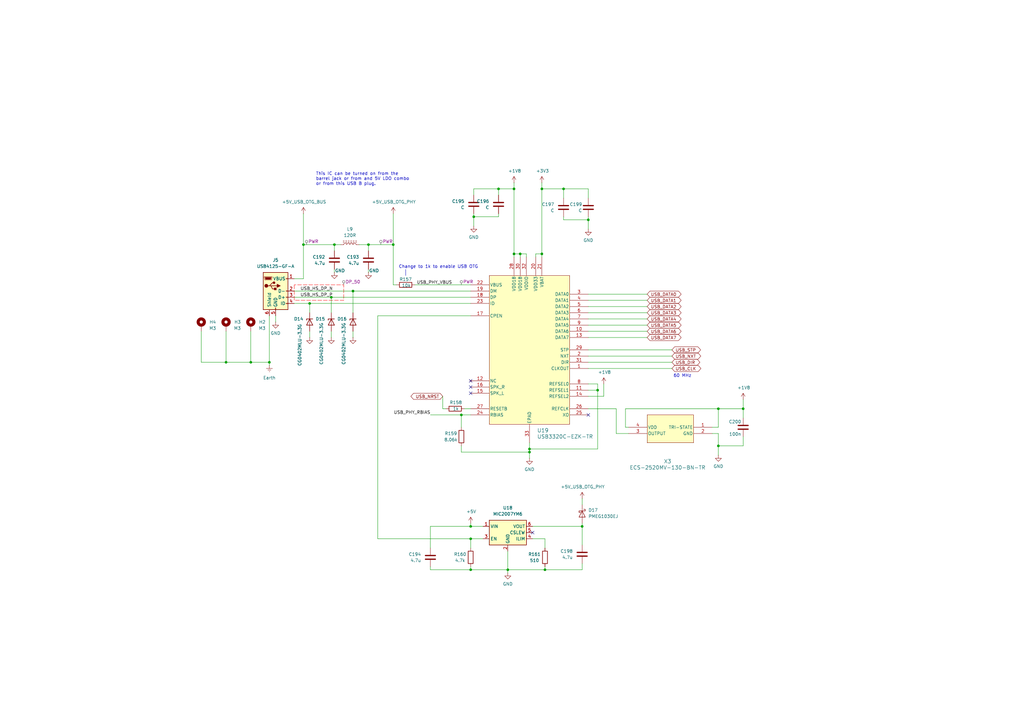
<source format=kicad_sch>
(kicad_sch
	(version 20250114)
	(generator "eeschema")
	(generator_version "9.0")
	(uuid "3f5aad7d-b87a-4448-97b4-9f34f4e415a6")
	(paper "A3")
	(title_block
		(title "USB 2.0 ON THE GO")
		(date "2025-10-06")
		(rev "A")
		(company "GHM")
	)
	(lib_symbols
		(symbol "Connector:USB_OTG"
			(pin_names
				(offset 1.016)
			)
			(exclude_from_sim no)
			(in_bom yes)
			(on_board yes)
			(property "Reference" "J2"
				(at 0 12.7 0)
				(effects
					(font
						(size 1.27 1.27)
					)
				)
			)
			(property "Value" "USB4125-GF-A"
				(at 0 10.16 0)
				(effects
					(font
						(size 1.27 1.27)
					)
				)
			)
			(property "Footprint" "Connector_USB:USB_Micro-B_Amphenol_10103594-0001LF_Horizontal"
				(at 3.81 -1.27 0)
				(effects
					(font
						(size 1.27 1.27)
					)
					(hide yes)
				)
			)
			(property "Datasheet" "~"
				(at 3.81 -1.27 0)
				(effects
					(font
						(size 1.27 1.27)
					)
					(hide yes)
				)
			)
			(property "Description" "USB mini/micro connector"
				(at 0 0 0)
				(effects
					(font
						(size 1.27 1.27)
					)
					(hide yes)
				)
			)
			(property "ki_keywords" "connector USB"
				(at 0 0 0)
				(effects
					(font
						(size 1.27 1.27)
					)
					(hide yes)
				)
			)
			(property "ki_fp_filters" "USB*"
				(at 0 0 0)
				(effects
					(font
						(size 1.27 1.27)
					)
					(hide yes)
				)
			)
			(symbol "USB_OTG_0_1"
				(rectangle
					(start -5.08 -7.62)
					(end 5.08 7.62)
					(stroke
						(width 0.254)
						(type default)
					)
					(fill
						(type background)
					)
				)
				(polyline
					(pts
						(xy -4.699 5.842) (xy -4.699 5.588) (xy -4.445 4.826) (xy -4.445 4.572) (xy -1.651 4.572) (xy -1.651 4.826)
						(xy -1.397 5.588) (xy -1.397 5.842) (xy -4.699 5.842)
					)
					(stroke
						(width 0)
						(type default)
					)
					(fill
						(type none)
					)
				)
				(polyline
					(pts
						(xy -4.318 5.588) (xy -1.778 5.588) (xy -2.032 4.826) (xy -4.064 4.826) (xy -4.318 5.588)
					)
					(stroke
						(width 0)
						(type default)
					)
					(fill
						(type outline)
					)
				)
				(circle
					(center -3.81 2.159)
					(radius 0.635)
					(stroke
						(width 0.254)
						(type default)
					)
					(fill
						(type outline)
					)
				)
				(polyline
					(pts
						(xy -3.175 2.159) (xy -2.54 2.159) (xy -1.27 3.429) (xy -0.635 3.429)
					)
					(stroke
						(width 0.254)
						(type default)
					)
					(fill
						(type none)
					)
				)
				(polyline
					(pts
						(xy -2.54 2.159) (xy -1.905 2.159) (xy -1.27 0.889) (xy 0 0.889)
					)
					(stroke
						(width 0.254)
						(type default)
					)
					(fill
						(type none)
					)
				)
				(polyline
					(pts
						(xy -1.905 2.159) (xy 0.635 2.159)
					)
					(stroke
						(width 0.254)
						(type default)
					)
					(fill
						(type none)
					)
				)
				(circle
					(center -0.635 3.429)
					(radius 0.381)
					(stroke
						(width 0.254)
						(type default)
					)
					(fill
						(type outline)
					)
				)
				(rectangle
					(start -0.127 -7.62)
					(end 0.127 -6.858)
					(stroke
						(width 0)
						(type default)
					)
					(fill
						(type none)
					)
				)
				(rectangle
					(start 0.254 1.27)
					(end -0.508 0.508)
					(stroke
						(width 0.254)
						(type default)
					)
					(fill
						(type outline)
					)
				)
				(polyline
					(pts
						(xy 0.635 2.794) (xy 0.635 1.524) (xy 1.905 2.159) (xy 0.635 2.794)
					)
					(stroke
						(width 0.254)
						(type default)
					)
					(fill
						(type outline)
					)
				)
				(rectangle
					(start 5.08 4.953)
					(end 4.318 5.207)
					(stroke
						(width 0)
						(type default)
					)
					(fill
						(type none)
					)
				)
				(rectangle
					(start 5.08 -0.127)
					(end 4.318 0.127)
					(stroke
						(width 0)
						(type default)
					)
					(fill
						(type none)
					)
				)
				(rectangle
					(start 5.08 -2.667)
					(end 4.318 -2.413)
					(stroke
						(width 0)
						(type default)
					)
					(fill
						(type none)
					)
				)
				(rectangle
					(start 5.08 -5.207)
					(end 4.318 -4.953)
					(stroke
						(width 0)
						(type default)
					)
					(fill
						(type none)
					)
				)
			)
			(symbol "USB_OTG_1_1"
				(pin passive line
					(at -2.54 -10.16 90)
					(length 2.54)
					(name "Shield"
						(effects
							(font
								(size 1.27 1.27)
							)
						)
					)
					(number "6"
						(effects
							(font
								(size 1.27 1.27)
							)
						)
					)
				)
				(pin passive line
					(at 0 -10.16 90)
					(length 2.54)
					(name "GND"
						(effects
							(font
								(size 1.27 1.27)
							)
						)
					)
					(number "5"
						(effects
							(font
								(size 1.27 1.27)
							)
						)
					)
				)
				(pin passive line
					(at 7.62 5.08 180)
					(length 2.54)
					(name "VBUS"
						(effects
							(font
								(size 1.27 1.27)
							)
						)
					)
					(number "1"
						(effects
							(font
								(size 1.27 1.27)
							)
						)
					)
				)
				(pin bidirectional line
					(at 7.62 0 180)
					(length 2.54)
					(name "D-"
						(effects
							(font
								(size 1.27 1.27)
							)
						)
					)
					(number "2"
						(effects
							(font
								(size 1.27 1.27)
							)
						)
					)
				)
				(pin bidirectional line
					(at 7.62 -2.54 180)
					(length 2.54)
					(name "D+"
						(effects
							(font
								(size 1.27 1.27)
							)
						)
					)
					(number "3"
						(effects
							(font
								(size 1.27 1.27)
							)
						)
					)
				)
				(pin passive line
					(at 7.62 -5.08 180)
					(length 2.54)
					(name "ID"
						(effects
							(font
								(size 1.27 1.27)
							)
						)
					)
					(number "4"
						(effects
							(font
								(size 1.27 1.27)
							)
						)
					)
				)
			)
			(embedded_fonts no)
		)
		(symbol "Device:C"
			(pin_numbers
				(hide yes)
			)
			(pin_names
				(offset 0.254)
			)
			(exclude_from_sim no)
			(in_bom yes)
			(on_board yes)
			(property "Reference" "C"
				(at 0.635 2.54 0)
				(effects
					(font
						(size 1.27 1.27)
					)
					(justify left)
				)
			)
			(property "Value" "C"
				(at 0.635 -2.54 0)
				(effects
					(font
						(size 1.27 1.27)
					)
					(justify left)
				)
			)
			(property "Footprint" ""
				(at 0.9652 -3.81 0)
				(effects
					(font
						(size 1.27 1.27)
					)
					(hide yes)
				)
			)
			(property "Datasheet" "~"
				(at 0 0 0)
				(effects
					(font
						(size 1.27 1.27)
					)
					(hide yes)
				)
			)
			(property "Description" "Unpolarized capacitor"
				(at 0 0 0)
				(effects
					(font
						(size 1.27 1.27)
					)
					(hide yes)
				)
			)
			(property "ki_keywords" "cap capacitor"
				(at 0 0 0)
				(effects
					(font
						(size 1.27 1.27)
					)
					(hide yes)
				)
			)
			(property "ki_fp_filters" "C_*"
				(at 0 0 0)
				(effects
					(font
						(size 1.27 1.27)
					)
					(hide yes)
				)
			)
			(symbol "C_0_1"
				(polyline
					(pts
						(xy -2.032 0.762) (xy 2.032 0.762)
					)
					(stroke
						(width 0.508)
						(type default)
					)
					(fill
						(type none)
					)
				)
				(polyline
					(pts
						(xy -2.032 -0.762) (xy 2.032 -0.762)
					)
					(stroke
						(width 0.508)
						(type default)
					)
					(fill
						(type none)
					)
				)
			)
			(symbol "C_1_1"
				(pin passive line
					(at 0 3.81 270)
					(length 2.794)
					(name "~"
						(effects
							(font
								(size 1.27 1.27)
							)
						)
					)
					(number "1"
						(effects
							(font
								(size 1.27 1.27)
							)
						)
					)
				)
				(pin passive line
					(at 0 -3.81 90)
					(length 2.794)
					(name "~"
						(effects
							(font
								(size 1.27 1.27)
							)
						)
					)
					(number "2"
						(effects
							(font
								(size 1.27 1.27)
							)
						)
					)
				)
			)
			(embedded_fonts no)
		)
		(symbol "Device:D_Zener"
			(pin_numbers
				(hide yes)
			)
			(pin_names
				(offset 1.016)
				(hide yes)
			)
			(exclude_from_sim no)
			(in_bom yes)
			(on_board yes)
			(property "Reference" "D"
				(at 0 2.54 0)
				(effects
					(font
						(size 1.27 1.27)
					)
				)
			)
			(property "Value" "D_Zener"
				(at 0 -2.54 0)
				(effects
					(font
						(size 1.27 1.27)
					)
				)
			)
			(property "Footprint" ""
				(at 0 0 0)
				(effects
					(font
						(size 1.27 1.27)
					)
					(hide yes)
				)
			)
			(property "Datasheet" "~"
				(at 0 0 0)
				(effects
					(font
						(size 1.27 1.27)
					)
					(hide yes)
				)
			)
			(property "Description" "Zener diode"
				(at 0 0 0)
				(effects
					(font
						(size 1.27 1.27)
					)
					(hide yes)
				)
			)
			(property "ki_keywords" "diode"
				(at 0 0 0)
				(effects
					(font
						(size 1.27 1.27)
					)
					(hide yes)
				)
			)
			(property "ki_fp_filters" "TO-???* *_Diode_* *SingleDiode* D_*"
				(at 0 0 0)
				(effects
					(font
						(size 1.27 1.27)
					)
					(hide yes)
				)
			)
			(symbol "D_Zener_0_1"
				(polyline
					(pts
						(xy -1.27 -1.27) (xy -1.27 1.27) (xy -0.762 1.27)
					)
					(stroke
						(width 0.254)
						(type default)
					)
					(fill
						(type none)
					)
				)
				(polyline
					(pts
						(xy 1.27 0) (xy -1.27 0)
					)
					(stroke
						(width 0)
						(type default)
					)
					(fill
						(type none)
					)
				)
				(polyline
					(pts
						(xy 1.27 -1.27) (xy 1.27 1.27) (xy -1.27 0) (xy 1.27 -1.27)
					)
					(stroke
						(width 0.254)
						(type default)
					)
					(fill
						(type none)
					)
				)
			)
			(symbol "D_Zener_1_1"
				(pin passive line
					(at -3.81 0 0)
					(length 2.54)
					(name "K"
						(effects
							(font
								(size 1.27 1.27)
							)
						)
					)
					(number "1"
						(effects
							(font
								(size 1.27 1.27)
							)
						)
					)
				)
				(pin passive line
					(at 3.81 0 180)
					(length 2.54)
					(name "A"
						(effects
							(font
								(size 1.27 1.27)
							)
						)
					)
					(number "2"
						(effects
							(font
								(size 1.27 1.27)
							)
						)
					)
				)
			)
			(embedded_fonts no)
		)
		(symbol "Device:L_Ferrite"
			(pin_numbers
				(hide yes)
			)
			(pin_names
				(offset 1.016)
				(hide yes)
			)
			(exclude_from_sim no)
			(in_bom yes)
			(on_board yes)
			(property "Reference" "L"
				(at -1.27 0 90)
				(effects
					(font
						(size 1.27 1.27)
					)
				)
			)
			(property "Value" "L_Ferrite"
				(at 2.794 0 90)
				(effects
					(font
						(size 1.27 1.27)
					)
				)
			)
			(property "Footprint" ""
				(at 0 0 0)
				(effects
					(font
						(size 1.27 1.27)
					)
					(hide yes)
				)
			)
			(property "Datasheet" "~"
				(at 0 0 0)
				(effects
					(font
						(size 1.27 1.27)
					)
					(hide yes)
				)
			)
			(property "Description" "Inductor with ferrite core"
				(at 0 0 0)
				(effects
					(font
						(size 1.27 1.27)
					)
					(hide yes)
				)
			)
			(property "ki_keywords" "inductor choke coil reactor magnetic"
				(at 0 0 0)
				(effects
					(font
						(size 1.27 1.27)
					)
					(hide yes)
				)
			)
			(property "ki_fp_filters" "Choke_* *Coil* Inductor_* L_*"
				(at 0 0 0)
				(effects
					(font
						(size 1.27 1.27)
					)
					(hide yes)
				)
			)
			(symbol "L_Ferrite_0_1"
				(arc
					(start 0 2.54)
					(mid 0.6323 1.905)
					(end 0 1.27)
					(stroke
						(width 0)
						(type default)
					)
					(fill
						(type none)
					)
				)
				(arc
					(start 0 1.27)
					(mid 0.6323 0.635)
					(end 0 0)
					(stroke
						(width 0)
						(type default)
					)
					(fill
						(type none)
					)
				)
				(arc
					(start 0 0)
					(mid 0.6323 -0.635)
					(end 0 -1.27)
					(stroke
						(width 0)
						(type default)
					)
					(fill
						(type none)
					)
				)
				(arc
					(start 0 -1.27)
					(mid 0.6323 -1.905)
					(end 0 -2.54)
					(stroke
						(width 0)
						(type default)
					)
					(fill
						(type none)
					)
				)
				(polyline
					(pts
						(xy 1.016 2.286) (xy 1.016 2.794)
					)
					(stroke
						(width 0)
						(type default)
					)
					(fill
						(type none)
					)
				)
				(polyline
					(pts
						(xy 1.016 1.27) (xy 1.016 1.778)
					)
					(stroke
						(width 0)
						(type default)
					)
					(fill
						(type none)
					)
				)
				(polyline
					(pts
						(xy 1.016 0.254) (xy 1.016 0.762)
					)
					(stroke
						(width 0)
						(type default)
					)
					(fill
						(type none)
					)
				)
				(polyline
					(pts
						(xy 1.016 -0.762) (xy 1.016 -0.254)
					)
					(stroke
						(width 0)
						(type default)
					)
					(fill
						(type none)
					)
				)
				(polyline
					(pts
						(xy 1.016 -1.778) (xy 1.016 -1.27)
					)
					(stroke
						(width 0)
						(type default)
					)
					(fill
						(type none)
					)
				)
				(polyline
					(pts
						(xy 1.016 -2.794) (xy 1.016 -2.286)
					)
					(stroke
						(width 0)
						(type default)
					)
					(fill
						(type none)
					)
				)
				(polyline
					(pts
						(xy 1.524 2.794) (xy 1.524 2.286)
					)
					(stroke
						(width 0)
						(type default)
					)
					(fill
						(type none)
					)
				)
				(polyline
					(pts
						(xy 1.524 1.778) (xy 1.524 1.27)
					)
					(stroke
						(width 0)
						(type default)
					)
					(fill
						(type none)
					)
				)
				(polyline
					(pts
						(xy 1.524 0.762) (xy 1.524 0.254)
					)
					(stroke
						(width 0)
						(type default)
					)
					(fill
						(type none)
					)
				)
				(polyline
					(pts
						(xy 1.524 -0.254) (xy 1.524 -0.762)
					)
					(stroke
						(width 0)
						(type default)
					)
					(fill
						(type none)
					)
				)
				(polyline
					(pts
						(xy 1.524 -1.27) (xy 1.524 -1.778)
					)
					(stroke
						(width 0)
						(type default)
					)
					(fill
						(type none)
					)
				)
				(polyline
					(pts
						(xy 1.524 -2.286) (xy 1.524 -2.794)
					)
					(stroke
						(width 0)
						(type default)
					)
					(fill
						(type none)
					)
				)
			)
			(symbol "L_Ferrite_1_1"
				(pin passive line
					(at 0 3.81 270)
					(length 1.27)
					(name "1"
						(effects
							(font
								(size 1.27 1.27)
							)
						)
					)
					(number "1"
						(effects
							(font
								(size 1.27 1.27)
							)
						)
					)
				)
				(pin passive line
					(at 0 -3.81 90)
					(length 1.27)
					(name "2"
						(effects
							(font
								(size 1.27 1.27)
							)
						)
					)
					(number "2"
						(effects
							(font
								(size 1.27 1.27)
							)
						)
					)
				)
			)
			(embedded_fonts no)
		)
		(symbol "Device:R"
			(pin_numbers
				(hide yes)
			)
			(pin_names
				(offset 0)
			)
			(exclude_from_sim no)
			(in_bom yes)
			(on_board yes)
			(property "Reference" "R"
				(at 2.032 0 90)
				(effects
					(font
						(size 1.27 1.27)
					)
				)
			)
			(property "Value" "R"
				(at 0 0 90)
				(effects
					(font
						(size 1.27 1.27)
					)
				)
			)
			(property "Footprint" ""
				(at -1.778 0 90)
				(effects
					(font
						(size 1.27 1.27)
					)
					(hide yes)
				)
			)
			(property "Datasheet" "~"
				(at 0 0 0)
				(effects
					(font
						(size 1.27 1.27)
					)
					(hide yes)
				)
			)
			(property "Description" "Resistor"
				(at 0 0 0)
				(effects
					(font
						(size 1.27 1.27)
					)
					(hide yes)
				)
			)
			(property "ki_keywords" "R res resistor"
				(at 0 0 0)
				(effects
					(font
						(size 1.27 1.27)
					)
					(hide yes)
				)
			)
			(property "ki_fp_filters" "R_*"
				(at 0 0 0)
				(effects
					(font
						(size 1.27 1.27)
					)
					(hide yes)
				)
			)
			(symbol "R_0_1"
				(rectangle
					(start -1.016 -2.54)
					(end 1.016 2.54)
					(stroke
						(width 0.254)
						(type default)
					)
					(fill
						(type none)
					)
				)
			)
			(symbol "R_1_1"
				(pin passive line
					(at 0 3.81 270)
					(length 1.27)
					(name "~"
						(effects
							(font
								(size 1.27 1.27)
							)
						)
					)
					(number "1"
						(effects
							(font
								(size 1.27 1.27)
							)
						)
					)
				)
				(pin passive line
					(at 0 -3.81 90)
					(length 1.27)
					(name "~"
						(effects
							(font
								(size 1.27 1.27)
							)
						)
					)
					(number "2"
						(effects
							(font
								(size 1.27 1.27)
							)
						)
					)
				)
			)
			(embedded_fonts no)
		)
		(symbol "Diode:PMEG1030EJ"
			(pin_numbers
				(hide yes)
			)
			(pin_names
				(hide yes)
			)
			(exclude_from_sim no)
			(in_bom yes)
			(on_board yes)
			(property "Reference" "D"
				(at 0 2.54 0)
				(effects
					(font
						(size 1.27 1.27)
					)
				)
			)
			(property "Value" "PMEG1030EJ"
				(at 0 -2.54 0)
				(effects
					(font
						(size 1.27 1.27)
					)
				)
			)
			(property "Footprint" "Diode_SMD:D_SOD-323F"
				(at 0 -4.445 0)
				(effects
					(font
						(size 1.27 1.27)
					)
					(hide yes)
				)
			)
			(property "Datasheet" "https://assets.nexperia.com/documents/data-sheet/PMEG1030EH_EJ.pdf"
				(at 0 0 0)
				(effects
					(font
						(size 1.27 1.27)
					)
					(hide yes)
				)
			)
			(property "Description" "10V, 3A ultra low Vf MEGA Schottky barrier rectifier, SOD-323F"
				(at 0 0 0)
				(effects
					(font
						(size 1.27 1.27)
					)
					(hide yes)
				)
			)
			(property "ki_keywords" "forward voltage diode"
				(at 0 0 0)
				(effects
					(font
						(size 1.27 1.27)
					)
					(hide yes)
				)
			)
			(property "ki_fp_filters" "D*SOD?323F*"
				(at 0 0 0)
				(effects
					(font
						(size 1.27 1.27)
					)
					(hide yes)
				)
			)
			(symbol "PMEG1030EJ_0_1"
				(polyline
					(pts
						(xy -1.905 0.635) (xy -1.905 1.27) (xy -1.27 1.27) (xy -1.27 -1.27) (xy -0.635 -1.27) (xy -0.635 -0.635)
					)
					(stroke
						(width 0.2032)
						(type default)
					)
					(fill
						(type none)
					)
				)
				(polyline
					(pts
						(xy 1.27 1.27) (xy 1.27 -1.27) (xy -1.27 0) (xy 1.27 1.27)
					)
					(stroke
						(width 0.2032)
						(type default)
					)
					(fill
						(type none)
					)
				)
				(polyline
					(pts
						(xy 1.27 0) (xy -1.27 0)
					)
					(stroke
						(width 0)
						(type default)
					)
					(fill
						(type none)
					)
				)
			)
			(symbol "PMEG1030EJ_1_1"
				(pin passive line
					(at -3.81 0 0)
					(length 2.54)
					(name "K"
						(effects
							(font
								(size 1.27 1.27)
							)
						)
					)
					(number "1"
						(effects
							(font
								(size 1.27 1.27)
							)
						)
					)
				)
				(pin passive line
					(at 3.81 0 180)
					(length 2.54)
					(name "A"
						(effects
							(font
								(size 1.27 1.27)
							)
						)
					)
					(number "2"
						(effects
							(font
								(size 1.27 1.27)
							)
						)
					)
				)
			)
			(embedded_fonts no)
		)
		(symbol "Mechanical:MountingHole_Pad"
			(pin_numbers
				(hide yes)
			)
			(pin_names
				(offset 1.016)
				(hide yes)
			)
			(exclude_from_sim no)
			(in_bom yes)
			(on_board yes)
			(property "Reference" "H"
				(at 0 6.35 0)
				(effects
					(font
						(size 1.27 1.27)
					)
				)
			)
			(property "Value" "MountingHole_Pad"
				(at 0 4.445 0)
				(effects
					(font
						(size 1.27 1.27)
					)
				)
			)
			(property "Footprint" ""
				(at 0 0 0)
				(effects
					(font
						(size 1.27 1.27)
					)
					(hide yes)
				)
			)
			(property "Datasheet" "~"
				(at 0 0 0)
				(effects
					(font
						(size 1.27 1.27)
					)
					(hide yes)
				)
			)
			(property "Description" "Mounting Hole with connection"
				(at 0 0 0)
				(effects
					(font
						(size 1.27 1.27)
					)
					(hide yes)
				)
			)
			(property "ki_keywords" "mounting hole"
				(at 0 0 0)
				(effects
					(font
						(size 1.27 1.27)
					)
					(hide yes)
				)
			)
			(property "ki_fp_filters" "MountingHole*Pad*"
				(at 0 0 0)
				(effects
					(font
						(size 1.27 1.27)
					)
					(hide yes)
				)
			)
			(symbol "MountingHole_Pad_0_1"
				(circle
					(center 0 1.27)
					(radius 1.27)
					(stroke
						(width 1.27)
						(type default)
					)
					(fill
						(type none)
					)
				)
			)
			(symbol "MountingHole_Pad_1_1"
				(pin input line
					(at 0 -2.54 90)
					(length 2.54)
					(name "1"
						(effects
							(font
								(size 1.27 1.27)
							)
						)
					)
					(number "1"
						(effects
							(font
								(size 1.27 1.27)
							)
						)
					)
				)
			)
			(embedded_fonts no)
		)
		(symbol "Power_Management:MIC2007YM6"
			(exclude_from_sim no)
			(in_bom yes)
			(on_board yes)
			(property "Reference" "U"
				(at -7.62 6.35 0)
				(effects
					(font
						(size 1.27 1.27)
					)
				)
			)
			(property "Value" "MIC2007YM6"
				(at 6.35 -6.35 0)
				(effects
					(font
						(size 1.27 1.27)
					)
				)
			)
			(property "Footprint" "Package_TO_SOT_SMD:SOT-23-6"
				(at 0 -17.78 0)
				(effects
					(font
						(size 1.27 1.27)
					)
					(hide yes)
				)
			)
			(property "Datasheet" "https://ww1.microchip.com/downloads/aemDocuments/documents/APID/ProductDocuments/DataSheets/MIC20XX-Fixed-and-Adjustable-Current-Limiting-Power-Distribution-Switches-DS20006486B.pdf"
				(at 0 8.89 0)
				(effects
					(font
						(size 1.27 1.27)
					)
					(hide yes)
				)
			)
			(property "Description" "5.5V, 2.1A, Adjustable Current Limiting Power Distribution Switch, SOT-23-6"
				(at 0 0 0)
				(effects
					(font
						(size 1.27 1.27)
					)
					(hide yes)
				)
			)
			(property "ki_keywords" "current limiting power switch"
				(at 0 0 0)
				(effects
					(font
						(size 1.27 1.27)
					)
					(hide yes)
				)
			)
			(property "ki_fp_filters" "SOT?23*"
				(at 0 0 0)
				(effects
					(font
						(size 1.27 1.27)
					)
					(hide yes)
				)
			)
			(symbol "MIC2007YM6_0_1"
				(rectangle
					(start -7.62 5.08)
					(end 7.62 -5.08)
					(stroke
						(width 0.254)
						(type default)
					)
					(fill
						(type background)
					)
				)
			)
			(symbol "MIC2007YM6_1_1"
				(pin power_in line
					(at -10.16 2.54 0)
					(length 2.54)
					(name "VIN"
						(effects
							(font
								(size 1.27 1.27)
							)
						)
					)
					(number "1"
						(effects
							(font
								(size 1.27 1.27)
							)
						)
					)
				)
				(pin input line
					(at -10.16 -2.54 0)
					(length 2.54)
					(name "EN"
						(effects
							(font
								(size 1.27 1.27)
							)
						)
					)
					(number "3"
						(effects
							(font
								(size 1.27 1.27)
							)
						)
					)
				)
				(pin power_in line
					(at 0 -7.62 90)
					(length 2.54)
					(name "GND"
						(effects
							(font
								(size 1.27 1.27)
							)
						)
					)
					(number "2"
						(effects
							(font
								(size 1.27 1.27)
							)
						)
					)
				)
				(pin power_out line
					(at 10.16 2.54 180)
					(length 2.54)
					(name "VOUT"
						(effects
							(font
								(size 1.27 1.27)
							)
						)
					)
					(number "6"
						(effects
							(font
								(size 1.27 1.27)
							)
						)
					)
				)
				(pin passive line
					(at 10.16 0 180)
					(length 2.54)
					(name "CSLEW"
						(effects
							(font
								(size 1.27 1.27)
							)
						)
					)
					(number "5"
						(effects
							(font
								(size 1.27 1.27)
							)
						)
					)
				)
				(pin passive line
					(at 10.16 -2.54 180)
					(length 2.54)
					(name "ILIM"
						(effects
							(font
								(size 1.27 1.27)
							)
						)
					)
					(number "4"
						(effects
							(font
								(size 1.27 1.27)
							)
						)
					)
				)
			)
			(embedded_fonts no)
		)
		(symbol "power:Earth"
			(power)
			(pin_numbers
				(hide yes)
			)
			(pin_names
				(offset 0)
				(hide yes)
			)
			(exclude_from_sim no)
			(in_bom yes)
			(on_board yes)
			(property "Reference" "#PWR"
				(at 0 -6.35 0)
				(effects
					(font
						(size 1.27 1.27)
					)
					(hide yes)
				)
			)
			(property "Value" "Earth"
				(at 0 -3.81 0)
				(effects
					(font
						(size 1.27 1.27)
					)
				)
			)
			(property "Footprint" ""
				(at 0 0 0)
				(effects
					(font
						(size 1.27 1.27)
					)
					(hide yes)
				)
			)
			(property "Datasheet" "~"
				(at 0 0 0)
				(effects
					(font
						(size 1.27 1.27)
					)
					(hide yes)
				)
			)
			(property "Description" "Power symbol creates a global label with name \"Earth\""
				(at 0 0 0)
				(effects
					(font
						(size 1.27 1.27)
					)
					(hide yes)
				)
			)
			(property "ki_keywords" "global ground gnd"
				(at 0 0 0)
				(effects
					(font
						(size 1.27 1.27)
					)
					(hide yes)
				)
			)
			(symbol "Earth_0_1"
				(polyline
					(pts
						(xy -0.635 -1.905) (xy 0.635 -1.905)
					)
					(stroke
						(width 0)
						(type default)
					)
					(fill
						(type none)
					)
				)
				(polyline
					(pts
						(xy -0.127 -2.54) (xy 0.127 -2.54)
					)
					(stroke
						(width 0)
						(type default)
					)
					(fill
						(type none)
					)
				)
				(polyline
					(pts
						(xy 0 -1.27) (xy 0 0)
					)
					(stroke
						(width 0)
						(type default)
					)
					(fill
						(type none)
					)
				)
				(polyline
					(pts
						(xy 1.27 -1.27) (xy -1.27 -1.27)
					)
					(stroke
						(width 0)
						(type default)
					)
					(fill
						(type none)
					)
				)
			)
			(symbol "Earth_1_1"
				(pin power_in line
					(at 0 0 270)
					(length 0)
					(name "~"
						(effects
							(font
								(size 1.27 1.27)
							)
						)
					)
					(number "1"
						(effects
							(font
								(size 1.27 1.27)
							)
						)
					)
				)
			)
			(embedded_fonts no)
		)
		(symbol "power:GND"
			(power)
			(pin_numbers
				(hide yes)
			)
			(pin_names
				(offset 0)
				(hide yes)
			)
			(exclude_from_sim no)
			(in_bom yes)
			(on_board yes)
			(property "Reference" "#PWR"
				(at 0 -6.35 0)
				(effects
					(font
						(size 1.27 1.27)
					)
					(hide yes)
				)
			)
			(property "Value" "GND"
				(at 0 -3.81 0)
				(effects
					(font
						(size 1.27 1.27)
					)
				)
			)
			(property "Footprint" ""
				(at 0 0 0)
				(effects
					(font
						(size 1.27 1.27)
					)
					(hide yes)
				)
			)
			(property "Datasheet" ""
				(at 0 0 0)
				(effects
					(font
						(size 1.27 1.27)
					)
					(hide yes)
				)
			)
			(property "Description" "Power symbol creates a global label with name \"GND\" , ground"
				(at 0 0 0)
				(effects
					(font
						(size 1.27 1.27)
					)
					(hide yes)
				)
			)
			(property "ki_keywords" "global power"
				(at 0 0 0)
				(effects
					(font
						(size 1.27 1.27)
					)
					(hide yes)
				)
			)
			(symbol "GND_0_1"
				(polyline
					(pts
						(xy 0 0) (xy 0 -1.27) (xy 1.27 -1.27) (xy 0 -2.54) (xy -1.27 -1.27) (xy 0 -1.27)
					)
					(stroke
						(width 0)
						(type default)
					)
					(fill
						(type none)
					)
				)
			)
			(symbol "GND_1_1"
				(pin power_in line
					(at 0 0 270)
					(length 0)
					(name "~"
						(effects
							(font
								(size 1.27 1.27)
							)
						)
					)
					(number "1"
						(effects
							(font
								(size 1.27 1.27)
							)
						)
					)
				)
			)
			(embedded_fonts no)
		)
		(symbol "power:VCC"
			(power)
			(pin_numbers
				(hide yes)
			)
			(pin_names
				(offset 0)
				(hide yes)
			)
			(exclude_from_sim no)
			(in_bom yes)
			(on_board yes)
			(property "Reference" "#PWR"
				(at 0 -3.81 0)
				(effects
					(font
						(size 1.27 1.27)
					)
					(hide yes)
				)
			)
			(property "Value" "VCC"
				(at 0 3.556 0)
				(effects
					(font
						(size 1.27 1.27)
					)
				)
			)
			(property "Footprint" ""
				(at 0 0 0)
				(effects
					(font
						(size 1.27 1.27)
					)
					(hide yes)
				)
			)
			(property "Datasheet" ""
				(at 0 0 0)
				(effects
					(font
						(size 1.27 1.27)
					)
					(hide yes)
				)
			)
			(property "Description" "Power symbol creates a global label with name \"VCC\""
				(at 0 0 0)
				(effects
					(font
						(size 1.27 1.27)
					)
					(hide yes)
				)
			)
			(property "ki_keywords" "global power"
				(at 0 0 0)
				(effects
					(font
						(size 1.27 1.27)
					)
					(hide yes)
				)
			)
			(symbol "VCC_0_1"
				(polyline
					(pts
						(xy -0.762 1.27) (xy 0 2.54)
					)
					(stroke
						(width 0)
						(type default)
					)
					(fill
						(type none)
					)
				)
				(polyline
					(pts
						(xy 0 2.54) (xy 0.762 1.27)
					)
					(stroke
						(width 0)
						(type default)
					)
					(fill
						(type none)
					)
				)
				(polyline
					(pts
						(xy 0 0) (xy 0 2.54)
					)
					(stroke
						(width 0)
						(type default)
					)
					(fill
						(type none)
					)
				)
			)
			(symbol "VCC_1_1"
				(pin power_in line
					(at 0 0 90)
					(length 0)
					(name "~"
						(effects
							(font
								(size 1.27 1.27)
							)
						)
					)
					(number "1"
						(effects
							(font
								(size 1.27 1.27)
							)
						)
					)
				)
			)
			(embedded_fonts no)
		)
		(symbol "symbols:ECS-2520MV-130-BN-TR"
			(pin_names
				(offset 0.254)
			)
			(exclude_from_sim no)
			(in_bom yes)
			(on_board yes)
			(property "Reference" "X"
				(at 17.526 10.414 0)
				(effects
					(font
						(size 1.524 1.524)
					)
				)
			)
			(property "Value" "ECS-2520MV-130-BN-TR"
				(at 17.526 7.874 0)
				(effects
					(font
						(size 1.524 1.524)
					)
				)
			)
			(property "Footprint" "SMD4_ECS-2520MV_ECS"
				(at 0 0 0)
				(effects
					(font
						(size 1.27 1.27)
						(italic yes)
					)
					(hide yes)
				)
			)
			(property "Datasheet" "ECS-2520MV-130-BN-TR"
				(at 0 0 0)
				(effects
					(font
						(size 1.27 1.27)
						(italic yes)
					)
					(hide yes)
				)
			)
			(property "Description" ""
				(at 0 0 0)
				(effects
					(font
						(size 1.27 1.27)
					)
					(hide yes)
				)
			)
			(property "ki_locked" ""
				(at 0 0 0)
				(effects
					(font
						(size 1.27 1.27)
					)
				)
			)
			(property "ki_keywords" "ECS-2520MV-130-BN-TR"
				(at 0 0 0)
				(effects
					(font
						(size 1.27 1.27)
					)
					(hide yes)
				)
			)
			(property "ki_fp_filters" "SMD4_ECS-2520MV_ECS SMD4_ECS-2520MV_ECS-M SMD4_ECS-2520MV_ECS-L"
				(at 0 0 0)
				(effects
					(font
						(size 1.27 1.27)
					)
					(hide yes)
				)
			)
			(symbol "ECS-2520MV-130-BN-TR_0_1"
				(pin unspecified line
					(at 0 0 0)
					(length 7.62)
					(name "TRI-STATE"
						(effects
							(font
								(size 1.27 1.27)
							)
						)
					)
					(number "1"
						(effects
							(font
								(size 1.27 1.27)
							)
						)
					)
				)
				(pin power_out line
					(at 0 -2.54 0)
					(length 7.62)
					(name "GND"
						(effects
							(font
								(size 1.27 1.27)
							)
						)
					)
					(number "2"
						(effects
							(font
								(size 1.27 1.27)
							)
						)
					)
				)
				(pin power_in line
					(at 34.29 0 180)
					(length 7.62)
					(name "VDD"
						(effects
							(font
								(size 1.27 1.27)
							)
						)
					)
					(number "4"
						(effects
							(font
								(size 1.27 1.27)
							)
						)
					)
				)
				(pin output line
					(at 34.29 -2.54 180)
					(length 7.62)
					(name "OUTPUT"
						(effects
							(font
								(size 1.27 1.27)
							)
						)
					)
					(number "3"
						(effects
							(font
								(size 1.27 1.27)
							)
						)
					)
				)
			)
			(symbol "ECS-2520MV-130-BN-TR_1_1"
				(rectangle
					(start 7.62 5.08)
					(end 26.67 -6.35)
					(stroke
						(width 0)
						(type default)
					)
					(fill
						(type background)
					)
				)
			)
			(embedded_fonts no)
		)
		(symbol "symbols:USB3320C-EZK-TR"
			(pin_names
				(offset 0.254)
			)
			(exclude_from_sim no)
			(in_bom yes)
			(on_board yes)
			(property "Reference" "U"
				(at 37.084 -59.182 0)
				(effects
					(font
						(size 1.524 1.524)
					)
				)
			)
			(property "Value" "USB3320C-EZK-TR"
				(at 47.244 -61.976 0)
				(effects
					(font
						(size 1.524 1.524)
					)
				)
			)
			(property "Footprint" "QFN32_5X5MC_MCH"
				(at 0 -3.81 0)
				(effects
					(font
						(size 1.27 1.27)
						(italic yes)
					)
					(hide yes)
				)
			)
			(property "Datasheet" "USB3320C-EZK-TR"
				(at 0 -3.81 0)
				(effects
					(font
						(size 1.27 1.27)
						(italic yes)
					)
					(hide yes)
				)
			)
			(property "Description" ""
				(at 0 0 0)
				(effects
					(font
						(size 1.27 1.27)
					)
					(hide yes)
				)
			)
			(property "ki_locked" ""
				(at 0 0 0)
				(effects
					(font
						(size 1.27 1.27)
					)
				)
			)
			(property "ki_keywords" "USB3320C-EZK-TR"
				(at 0 0 0)
				(effects
					(font
						(size 1.27 1.27)
					)
					(hide yes)
				)
			)
			(property "ki_fp_filters" "QFN32_5X5MC_MCH QFN32_5X5MC_MCH-M QFN32_5X5MC_MCH-L"
				(at 0 0 0)
				(effects
					(font
						(size 1.27 1.27)
					)
					(hide yes)
				)
			)
			(symbol "USB3320C-EZK-TR_0_1"
				(pin bidirectional line
					(at 0 -3.81 0)
					(length 7.62)
					(name "DATA0"
						(effects
							(font
								(size 1.27 1.27)
							)
						)
					)
					(number "3"
						(effects
							(font
								(size 1.27 1.27)
							)
						)
					)
				)
				(pin bidirectional line
					(at 0 -6.35 0)
					(length 7.62)
					(name "DATA1"
						(effects
							(font
								(size 1.27 1.27)
							)
						)
					)
					(number "4"
						(effects
							(font
								(size 1.27 1.27)
							)
						)
					)
				)
				(pin bidirectional line
					(at 0 -8.89 0)
					(length 7.62)
					(name "DATA2"
						(effects
							(font
								(size 1.27 1.27)
							)
						)
					)
					(number "5"
						(effects
							(font
								(size 1.27 1.27)
							)
						)
					)
				)
				(pin bidirectional line
					(at 0 -11.43 0)
					(length 7.62)
					(name "DATA3"
						(effects
							(font
								(size 1.27 1.27)
							)
						)
					)
					(number "6"
						(effects
							(font
								(size 1.27 1.27)
							)
						)
					)
				)
				(pin bidirectional line
					(at 0 -13.97 0)
					(length 7.62)
					(name "DATA4"
						(effects
							(font
								(size 1.27 1.27)
							)
						)
					)
					(number "7"
						(effects
							(font
								(size 1.27 1.27)
							)
						)
					)
				)
				(pin bidirectional line
					(at 0 -16.51 0)
					(length 7.62)
					(name "DATA5"
						(effects
							(font
								(size 1.27 1.27)
							)
						)
					)
					(number "9"
						(effects
							(font
								(size 1.27 1.27)
							)
						)
					)
				)
				(pin bidirectional line
					(at 0 -19.05 0)
					(length 7.62)
					(name "DATA6"
						(effects
							(font
								(size 1.27 1.27)
							)
						)
					)
					(number "10"
						(effects
							(font
								(size 1.27 1.27)
							)
						)
					)
				)
				(pin bidirectional line
					(at 0 -21.59 0)
					(length 7.62)
					(name "DATA7"
						(effects
							(font
								(size 1.27 1.27)
							)
						)
					)
					(number "13"
						(effects
							(font
								(size 1.27 1.27)
							)
						)
					)
				)
				(pin input line
					(at 0 -26.67 0)
					(length 7.62)
					(name "STP"
						(effects
							(font
								(size 1.27 1.27)
							)
						)
					)
					(number "29"
						(effects
							(font
								(size 1.27 1.27)
							)
						)
					)
				)
				(pin output line
					(at 0 -29.21 0)
					(length 7.62)
					(name "NXT"
						(effects
							(font
								(size 1.27 1.27)
							)
						)
					)
					(number "2"
						(effects
							(font
								(size 1.27 1.27)
							)
						)
					)
				)
				(pin output line
					(at 0 -31.75 0)
					(length 7.62)
					(name "DIR"
						(effects
							(font
								(size 1.27 1.27)
							)
						)
					)
					(number "31"
						(effects
							(font
								(size 1.27 1.27)
							)
						)
					)
				)
				(pin output line
					(at 0 -34.29 0)
					(length 7.62)
					(name "CLKOUT"
						(effects
							(font
								(size 1.27 1.27)
							)
						)
					)
					(number "1"
						(effects
							(font
								(size 1.27 1.27)
							)
						)
					)
				)
				(pin input line
					(at 0 -40.64 0)
					(length 7.62)
					(name "REFSEL0"
						(effects
							(font
								(size 1.27 1.27)
							)
						)
					)
					(number "8"
						(effects
							(font
								(size 1.27 1.27)
							)
						)
					)
				)
				(pin input line
					(at 0 -43.18 0)
					(length 7.62)
					(name "REFSEL1"
						(effects
							(font
								(size 1.27 1.27)
							)
						)
					)
					(number "11"
						(effects
							(font
								(size 1.27 1.27)
							)
						)
					)
				)
				(pin input line
					(at 0 -45.72 0)
					(length 7.62)
					(name "REFSEL2"
						(effects
							(font
								(size 1.27 1.27)
							)
						)
					)
					(number "14"
						(effects
							(font
								(size 1.27 1.27)
							)
						)
					)
				)
				(pin input line
					(at 0 -50.8 0)
					(length 7.62)
					(name "REFCLK"
						(effects
							(font
								(size 1.27 1.27)
							)
						)
					)
					(number "26"
						(effects
							(font
								(size 1.27 1.27)
							)
						)
					)
				)
				(pin output line
					(at 0 -53.34 0)
					(length 7.62)
					(name "XO"
						(effects
							(font
								(size 1.27 1.27)
							)
						)
					)
					(number "25"
						(effects
							(font
								(size 1.27 1.27)
							)
						)
					)
				)
				(pin power_in line
					(at 19.05 11.43 270)
					(length 7.62)
					(name "VBAT"
						(effects
							(font
								(size 1.27 1.27)
							)
						)
					)
					(number "21"
						(effects
							(font
								(size 1.27 1.27)
							)
						)
					)
				)
				(pin power_in line
					(at 21.59 11.43 270)
					(length 7.62)
					(name "VDD33"
						(effects
							(font
								(size 1.27 1.27)
							)
						)
					)
					(number "20"
						(effects
							(font
								(size 1.27 1.27)
							)
						)
					)
				)
				(pin unspecified line
					(at 24.13 -64.77 90)
					(length 7.62)
					(name "EPAD"
						(effects
							(font
								(size 1.27 1.27)
							)
						)
					)
					(number "33"
						(effects
							(font
								(size 1.27 1.27)
							)
						)
					)
				)
				(pin power_in line
					(at 25.4 11.43 270)
					(length 7.62)
					(name "VDDIO"
						(effects
							(font
								(size 1.27 1.27)
							)
						)
					)
					(number "32"
						(effects
							(font
								(size 1.27 1.27)
							)
						)
					)
				)
				(pin power_in line
					(at 27.94 11.43 270)
					(length 7.62)
					(name "VDD18"
						(effects
							(font
								(size 1.27 1.27)
							)
						)
					)
					(number "30"
						(effects
							(font
								(size 1.27 1.27)
							)
						)
					)
				)
				(pin power_in line
					(at 30.48 11.43 270)
					(length 7.62)
					(name "VDD18"
						(effects
							(font
								(size 1.27 1.27)
							)
						)
					)
					(number "28"
						(effects
							(font
								(size 1.27 1.27)
							)
						)
					)
				)
				(pin bidirectional line
					(at 48.26 0 180)
					(length 7.62)
					(name "VBUS"
						(effects
							(font
								(size 1.27 1.27)
							)
						)
					)
					(number "22"
						(effects
							(font
								(size 1.27 1.27)
							)
						)
					)
				)
				(pin bidirectional line
					(at 48.26 -2.54 180)
					(length 7.62)
					(name "DM"
						(effects
							(font
								(size 1.27 1.27)
							)
						)
					)
					(number "19"
						(effects
							(font
								(size 1.27 1.27)
							)
						)
					)
				)
				(pin bidirectional line
					(at 48.26 -5.08 180)
					(length 7.62)
					(name "DP"
						(effects
							(font
								(size 1.27 1.27)
							)
						)
					)
					(number "18"
						(effects
							(font
								(size 1.27 1.27)
							)
						)
					)
				)
				(pin input line
					(at 48.26 -7.62 180)
					(length 7.62)
					(name "ID"
						(effects
							(font
								(size 1.27 1.27)
							)
						)
					)
					(number "23"
						(effects
							(font
								(size 1.27 1.27)
							)
						)
					)
				)
				(pin output line
					(at 48.26 -12.7 180)
					(length 7.62)
					(name "CPEN"
						(effects
							(font
								(size 1.27 1.27)
							)
						)
					)
					(number "17"
						(effects
							(font
								(size 1.27 1.27)
							)
						)
					)
				)
				(pin no_connect line
					(at 48.26 -39.37 180)
					(length 7.62)
					(name "NC"
						(effects
							(font
								(size 1.27 1.27)
							)
						)
					)
					(number "12"
						(effects
							(font
								(size 1.27 1.27)
							)
						)
					)
				)
				(pin bidirectional line
					(at 48.26 -41.91 180)
					(length 7.62)
					(name "SPK_R"
						(effects
							(font
								(size 1.27 1.27)
							)
						)
					)
					(number "16"
						(effects
							(font
								(size 1.27 1.27)
							)
						)
					)
				)
				(pin bidirectional line
					(at 48.26 -44.45 180)
					(length 7.62)
					(name "SPK_L"
						(effects
							(font
								(size 1.27 1.27)
							)
						)
					)
					(number "15"
						(effects
							(font
								(size 1.27 1.27)
							)
						)
					)
				)
				(pin input line
					(at 48.26 -50.8 180)
					(length 7.62)
					(name "RESETB"
						(effects
							(font
								(size 1.27 1.27)
							)
						)
					)
					(number "27"
						(effects
							(font
								(size 1.27 1.27)
							)
						)
					)
				)
				(pin unspecified line
					(at 48.26 -53.34 180)
					(length 7.62)
					(name "RBIAS"
						(effects
							(font
								(size 1.27 1.27)
							)
						)
					)
					(number "24"
						(effects
							(font
								(size 1.27 1.27)
							)
						)
					)
				)
			)
			(symbol "USB3320C-EZK-TR_1_1"
				(rectangle
					(start 7.62 3.81)
					(end 40.64 -57.15)
					(stroke
						(width 0)
						(type default)
					)
					(fill
						(type background)
					)
				)
			)
			(embedded_fonts no)
		)
	)
	(text "Change to 1k to enable USB OTG"
		(exclude_from_sim no)
		(at 179.832 109.474 0)
		(effects
			(font
				(size 1.27 1.27)
			)
		)
		(uuid "1bb11528-ef1b-4b66-bb8d-0e5617133b09")
	)
	(text "60 MHz"
		(exclude_from_sim no)
		(at 279.908 154.178 0)
		(effects
			(font
				(size 1.27 1.27)
			)
		)
		(uuid "24b37197-5c90-4d36-80e1-83b12d2cbd14")
	)
	(text "This IC can be turned on from the\nbarrel jack or from and 5V LDO combo\nor from this USB B plug."
		(exclude_from_sim no)
		(at 129.54 70.612 0)
		(effects
			(font
				(size 1.27 1.27)
			)
			(justify left top)
		)
		(uuid "45dc067e-7bcf-43c7-b4e6-f2f69c7c4aaf")
	)
	(junction
		(at 210.82 104.14)
		(diameter 0)
		(color 0 0 0 0)
		(uuid "0783140f-6476-4ed1-b522-8b77233babb4")
	)
	(junction
		(at 193.04 233.68)
		(diameter 0)
		(color 0 0 0 0)
		(uuid "0d10b116-e963-4070-bcc8-735ad3ae75e4")
	)
	(junction
		(at 193.04 220.98)
		(diameter 0)
		(color 0 0 0 0)
		(uuid "0da32160-3100-439b-93c5-a771d6d49dac")
	)
	(junction
		(at 204.47 77.47)
		(diameter 0)
		(color 0 0 0 0)
		(uuid "2e00f61b-f1e0-4c7b-85b9-ea40af346034")
	)
	(junction
		(at 213.36 104.14)
		(diameter 0)
		(color 0 0 0 0)
		(uuid "3c37f9be-a4a6-4107-8367-c87b151e6af7")
	)
	(junction
		(at 231.14 77.47)
		(diameter 0)
		(color 0 0 0 0)
		(uuid "48d0e5f5-cce1-4445-9118-fb4687a8187c")
	)
	(junction
		(at 124.46 100.33)
		(diameter 0)
		(color 0 0 0 0)
		(uuid "4ba1cf09-dabd-4f26-8193-e7ae75d55ba8")
	)
	(junction
		(at 193.04 215.9)
		(diameter 0)
		(color 0 0 0 0)
		(uuid "4c95e457-f641-443a-ad48-445eec36c548")
	)
	(junction
		(at 217.17 185.42)
		(diameter 0)
		(color 0 0 0 0)
		(uuid "55d4c122-87d7-40e2-8cd4-7523d5d13fa3")
	)
	(junction
		(at 210.82 77.47)
		(diameter 0)
		(color 0 0 0 0)
		(uuid "5877bfa7-311e-4f19-b303-141fa30cb809")
	)
	(junction
		(at 222.25 104.14)
		(diameter 0)
		(color 0 0 0 0)
		(uuid "59f3b5cc-19da-45fb-9f86-0868bce09a97")
	)
	(junction
		(at 294.64 167.64)
		(diameter 0)
		(color 0 0 0 0)
		(uuid "68aaa00d-2641-44a5-be20-55fb2008602f")
	)
	(junction
		(at 294.64 182.88)
		(diameter 0)
		(color 0 0 0 0)
		(uuid "68b08883-60ec-49ea-8a97-0adac01d749b")
	)
	(junction
		(at 304.8 167.64)
		(diameter 0)
		(color 0 0 0 0)
		(uuid "69299f62-d647-47a2-8a17-db8481cdf84c")
	)
	(junction
		(at 102.87 148.59)
		(diameter 0)
		(color 0 0 0 0)
		(uuid "7c0a93e0-a74f-4971-b6f6-240a7550c953")
	)
	(junction
		(at 144.78 119.38)
		(diameter 0)
		(color 0 0 0 0)
		(uuid "7d076545-f95f-46b1-8a78-168c8272db60")
	)
	(junction
		(at 238.76 215.9)
		(diameter 0)
		(color 0 0 0 0)
		(uuid "7fefb1ca-10b0-4a73-af8d-83cce9126454")
	)
	(junction
		(at 161.29 100.33)
		(diameter 0)
		(color 0 0 0 0)
		(uuid "82a26086-e304-48ab-804f-5bd11daade17")
	)
	(junction
		(at 217.17 184.15)
		(diameter 0)
		(color 0 0 0 0)
		(uuid "8357f9d9-92ed-49f3-aa22-fc6d49809665")
	)
	(junction
		(at 222.25 77.47)
		(diameter 0)
		(color 0 0 0 0)
		(uuid "87d0eac0-f75e-461b-918b-050f4fcdb3cd")
	)
	(junction
		(at 151.13 100.33)
		(diameter 0)
		(color 0 0 0 0)
		(uuid "88859010-82ea-4927-bfe0-8f3ca63426fd")
	)
	(junction
		(at 137.16 100.33)
		(diameter 0)
		(color 0 0 0 0)
		(uuid "8bab8566-a5c5-45d7-98ed-64b7fbc39681")
	)
	(junction
		(at 135.89 121.92)
		(diameter 0)
		(color 0 0 0 0)
		(uuid "9dcb52e8-c2a6-4611-bce4-7f9c0fb9ebb1")
	)
	(junction
		(at 241.3 90.17)
		(diameter 0)
		(color 0 0 0 0)
		(uuid "9efeed7d-7809-466a-9577-92521c4c38f4")
	)
	(junction
		(at 194.31 88.9)
		(diameter 0)
		(color 0 0 0 0)
		(uuid "a0fb4268-a855-4005-8fb8-a1216b27dc73")
	)
	(junction
		(at 92.71 148.59)
		(diameter 0)
		(color 0 0 0 0)
		(uuid "a8106504-009e-4c18-a760-9fc8ee203a53")
	)
	(junction
		(at 189.23 170.18)
		(diameter 0)
		(color 0 0 0 0)
		(uuid "b2ee7ec0-21fd-41c1-a3e6-258d7dcaa9dd")
	)
	(junction
		(at 223.52 233.68)
		(diameter 0)
		(color 0 0 0 0)
		(uuid "ca98d7a5-6690-4f5f-859e-840697b234d8")
	)
	(junction
		(at 208.28 233.68)
		(diameter 0)
		(color 0 0 0 0)
		(uuid "cc76db39-d6e1-4abd-9dc1-82751b2c5192")
	)
	(junction
		(at 110.49 148.59)
		(diameter 0)
		(color 0 0 0 0)
		(uuid "e9c7abf0-8424-4b34-85db-338ece8a23c5")
	)
	(junction
		(at 245.11 160.02)
		(diameter 0)
		(color 0 0 0 0)
		(uuid "fbc928e7-5c8e-417f-b0e1-f2e1e31058e5")
	)
	(junction
		(at 127 124.46)
		(diameter 0)
		(color 0 0 0 0)
		(uuid "fbe5395b-22b6-4e31-b1b6-952527201bba")
	)
	(no_connect
		(at 193.04 156.21)
		(uuid "3a246afb-ff6f-4fe4-830d-081d5bfb4c2c")
	)
	(no_connect
		(at 193.04 158.75)
		(uuid "51b6620c-facb-4d9e-9e59-a300d5b229f5")
	)
	(no_connect
		(at 241.3 170.18)
		(uuid "570fc88f-7222-4db7-bdeb-301d1673ef1e")
	)
	(no_connect
		(at 193.04 161.29)
		(uuid "d6ab845d-9188-4a14-b37c-7cda76825c1c")
	)
	(no_connect
		(at 218.44 218.44)
		(uuid "fd74447b-5586-40d6-aabe-f77e531adf54")
	)
	(wire
		(pts
			(xy 241.3 128.27) (xy 265.43 128.27)
		)
		(stroke
			(width 0)
			(type default)
		)
		(uuid "000a58c6-2928-4f3e-9357-3b8a4f5da589")
	)
	(wire
		(pts
			(xy 193.04 232.41) (xy 193.04 233.68)
		)
		(stroke
			(width 0)
			(type default)
		)
		(uuid "00a8c682-c135-4aea-8d98-cc94381549c5")
	)
	(wire
		(pts
			(xy 238.76 231.14) (xy 238.76 233.68)
		)
		(stroke
			(width 0)
			(type default)
		)
		(uuid "01f19415-1389-49c6-bca0-b7d4bbbd51f7")
	)
	(wire
		(pts
			(xy 139.7 100.33) (xy 137.16 100.33)
		)
		(stroke
			(width 0)
			(type default)
		)
		(uuid "09fd88a1-7ce4-46b0-b6ac-193c4091fd86")
	)
	(wire
		(pts
			(xy 210.82 104.14) (xy 210.82 105.41)
		)
		(stroke
			(width 0)
			(type default)
		)
		(uuid "0d46532f-b21c-4a00-8f08-e4a7792106d7")
	)
	(wire
		(pts
			(xy 217.17 181.61) (xy 217.17 184.15)
		)
		(stroke
			(width 0)
			(type default)
		)
		(uuid "0e1fc3d9-a005-461b-b505-a776231380c3")
	)
	(wire
		(pts
			(xy 189.23 182.88) (xy 189.23 185.42)
		)
		(stroke
			(width 0)
			(type default)
		)
		(uuid "0e6bb29b-e3b4-45a1-aa27-fe7fdac2cf47")
	)
	(wire
		(pts
			(xy 182.88 167.64) (xy 181.61 167.64)
		)
		(stroke
			(width 0)
			(type default)
		)
		(uuid "0e9033e3-84db-4cde-9870-57d84e3a3dfd")
	)
	(wire
		(pts
			(xy 161.29 87.63) (xy 161.29 100.33)
		)
		(stroke
			(width 0)
			(type default)
		)
		(uuid "0e9e517d-37c0-409f-adf2-f47a0ddb199a")
	)
	(wire
		(pts
			(xy 127 124.46) (xy 127 128.27)
		)
		(stroke
			(width 0)
			(type default)
		)
		(uuid "0eb5e248-d22f-4a38-80b5-f7681d861bd1")
	)
	(wire
		(pts
			(xy 231.14 88.9) (xy 231.14 90.17)
		)
		(stroke
			(width 0)
			(type default)
		)
		(uuid "11d2129e-a67b-44e3-bbda-8c731ab94b6c")
	)
	(wire
		(pts
			(xy 241.3 123.19) (xy 265.43 123.19)
		)
		(stroke
			(width 0)
			(type default)
		)
		(uuid "14ca06bc-0107-49b8-a14a-92e03d553a4a")
	)
	(wire
		(pts
			(xy 210.82 77.47) (xy 204.47 77.47)
		)
		(stroke
			(width 0)
			(type default)
		)
		(uuid "17907221-e213-4d9f-8332-d5e8eaabda38")
	)
	(wire
		(pts
			(xy 257.81 175.26) (xy 256.54 175.26)
		)
		(stroke
			(width 0)
			(type default)
		)
		(uuid "1b8a0c4f-2bdb-44e0-926a-5d686010141c")
	)
	(wire
		(pts
			(xy 161.29 116.84) (xy 162.56 116.84)
		)
		(stroke
			(width 0)
			(type default)
		)
		(uuid "1df59b6d-5353-4232-88ca-22244251a774")
	)
	(polyline
		(pts
			(xy 166.37 110.49) (xy 166.37 113.03)
		)
		(stroke
			(width 0)
			(type solid)
		)
		(uuid "1f2338d2-5654-4745-9078-9a5507d41645")
	)
	(wire
		(pts
			(xy 210.82 77.47) (xy 210.82 104.14)
		)
		(stroke
			(width 0)
			(type default)
		)
		(uuid "20343141-7ce5-4f63-9bf9-1a943cf0074b")
	)
	(wire
		(pts
			(xy 252.73 167.64) (xy 241.3 167.64)
		)
		(stroke
			(width 0)
			(type default)
		)
		(uuid "220926f3-3a94-4658-ae94-69a8b13af95d")
	)
	(wire
		(pts
			(xy 193.04 170.18) (xy 189.23 170.18)
		)
		(stroke
			(width 0)
			(type default)
		)
		(uuid "23c9f586-5688-4f0c-8205-f1ca6ebc43f1")
	)
	(wire
		(pts
			(xy 135.89 135.89) (xy 135.89 138.43)
		)
		(stroke
			(width 0)
			(type default)
		)
		(uuid "24426393-4bee-4698-9639-3a64b49fe1fe")
	)
	(wire
		(pts
			(xy 241.3 90.17) (xy 231.14 90.17)
		)
		(stroke
			(width 0)
			(type default)
		)
		(uuid "24c32347-9863-414b-bb39-aaab04da4fd4")
	)
	(wire
		(pts
			(xy 245.11 160.02) (xy 245.11 184.15)
		)
		(stroke
			(width 0)
			(type default)
		)
		(uuid "2538bb7f-29a1-4734-90c1-a8776b37b317")
	)
	(wire
		(pts
			(xy 154.94 220.98) (xy 154.94 129.54)
		)
		(stroke
			(width 0)
			(type default)
		)
		(uuid "259b8579-6bd0-4542-9dff-367baf24fe8f")
	)
	(wire
		(pts
			(xy 176.53 215.9) (xy 193.04 215.9)
		)
		(stroke
			(width 0)
			(type default)
		)
		(uuid "268584fa-dbb5-4daa-ab1d-4d65a65b5201")
	)
	(wire
		(pts
			(xy 245.11 157.48) (xy 245.11 160.02)
		)
		(stroke
			(width 0)
			(type default)
		)
		(uuid "2c9ac71d-30f6-4f0b-a73e-08d340143cd8")
	)
	(wire
		(pts
			(xy 82.55 148.59) (xy 92.71 148.59)
		)
		(stroke
			(width 0)
			(type default)
		)
		(uuid "2eedf580-804b-4db1-ab7f-5b5896bdd2d2")
	)
	(wire
		(pts
			(xy 294.64 186.69) (xy 294.64 182.88)
		)
		(stroke
			(width 0)
			(type default)
		)
		(uuid "300fe87a-11d6-4ca8-9f75-9317204b2491")
	)
	(wire
		(pts
			(xy 102.87 148.59) (xy 110.49 148.59)
		)
		(stroke
			(width 0)
			(type default)
		)
		(uuid "3050f124-39c7-4fff-a662-3901c2cd6497")
	)
	(wire
		(pts
			(xy 92.71 148.59) (xy 102.87 148.59)
		)
		(stroke
			(width 0)
			(type default)
		)
		(uuid "33f906ef-7bd1-4672-b47a-08f6f0d2a85f")
	)
	(wire
		(pts
			(xy 245.11 160.02) (xy 241.3 160.02)
		)
		(stroke
			(width 0)
			(type default)
		)
		(uuid "34b1b713-00fb-466c-9600-e659c22280a4")
	)
	(wire
		(pts
			(xy 241.3 88.9) (xy 241.3 90.17)
		)
		(stroke
			(width 0)
			(type default)
		)
		(uuid "3563e5fa-cddb-4994-a003-a4383cb70460")
	)
	(wire
		(pts
			(xy 210.82 74.93) (xy 210.82 77.47)
		)
		(stroke
			(width 0)
			(type default)
		)
		(uuid "35eb0d2d-579f-4c47-ad17-c76b673dcdee")
	)
	(wire
		(pts
			(xy 241.3 130.81) (xy 265.43 130.81)
		)
		(stroke
			(width 0)
			(type default)
		)
		(uuid "3872796b-579e-4b30-abd1-d24f5f6952e2")
	)
	(wire
		(pts
			(xy 181.61 167.64) (xy 181.61 162.56)
		)
		(stroke
			(width 0)
			(type default)
		)
		(uuid "38cc86e2-73f3-4573-bc67-af3adf4a3cc1")
	)
	(wire
		(pts
			(xy 135.89 121.92) (xy 135.89 128.27)
		)
		(stroke
			(width 0)
			(type default)
		)
		(uuid "393ac576-f94e-4073-8ffc-15b20f1a91b4")
	)
	(wire
		(pts
			(xy 247.65 157.48) (xy 247.65 162.56)
		)
		(stroke
			(width 0)
			(type default)
		)
		(uuid "3b61bd7a-ecba-4609-abc4-35a23b65b4c8")
	)
	(wire
		(pts
			(xy 257.81 177.8) (xy 252.73 177.8)
		)
		(stroke
			(width 0)
			(type default)
		)
		(uuid "3c1e035b-f860-47dc-bc51-a20d76eb0a0e")
	)
	(wire
		(pts
			(xy 217.17 185.42) (xy 217.17 184.15)
		)
		(stroke
			(width 0)
			(type default)
		)
		(uuid "3dc6645e-4180-43d1-922e-f32d2f567bed")
	)
	(wire
		(pts
			(xy 294.64 182.88) (xy 294.64 177.8)
		)
		(stroke
			(width 0)
			(type default)
		)
		(uuid "3eecb766-fdb9-4872-b07e-4b94ee8f1f11")
	)
	(wire
		(pts
			(xy 92.71 135.89) (xy 92.71 148.59)
		)
		(stroke
			(width 0)
			(type default)
		)
		(uuid "3febcf51-4b3c-49f0-8ffd-41a05a2fdfe2")
	)
	(wire
		(pts
			(xy 208.28 233.68) (xy 208.28 234.95)
		)
		(stroke
			(width 0)
			(type default)
		)
		(uuid "40811546-04e0-4668-ab3f-6bfaf572f8bd")
	)
	(wire
		(pts
			(xy 198.12 220.98) (xy 193.04 220.98)
		)
		(stroke
			(width 0)
			(type default)
		)
		(uuid "432473bf-de09-4b55-b1b0-56c1dba58b9b")
	)
	(wire
		(pts
			(xy 110.49 129.54) (xy 110.49 148.59)
		)
		(stroke
			(width 0)
			(type default)
		)
		(uuid "44d73af2-d4ff-459f-b5a2-087380523937")
	)
	(wire
		(pts
			(xy 82.55 135.89) (xy 82.55 148.59)
		)
		(stroke
			(width 0)
			(type default)
		)
		(uuid "4692da1b-d67a-4e24-867e-f7a3ca6b6dcd")
	)
	(wire
		(pts
			(xy 193.04 119.38) (xy 144.78 119.38)
		)
		(stroke
			(width 0)
			(type default)
		)
		(uuid "47e65030-5c5f-4b45-9662-a82640673275")
	)
	(wire
		(pts
			(xy 304.8 179.07) (xy 304.8 182.88)
		)
		(stroke
			(width 0)
			(type default)
		)
		(uuid "4944aad7-92bd-46da-97e2-76eef0569937")
	)
	(wire
		(pts
			(xy 193.04 167.64) (xy 190.5 167.64)
		)
		(stroke
			(width 0)
			(type default)
		)
		(uuid "4d8df224-3b8e-4e5b-b683-42cfdd04718a")
	)
	(wire
		(pts
			(xy 222.25 104.14) (xy 222.25 77.47)
		)
		(stroke
			(width 0)
			(type default)
		)
		(uuid "4fd31f88-dfb7-4f07-9320-70c7758e0b01")
	)
	(wire
		(pts
			(xy 170.18 116.84) (xy 193.04 116.84)
		)
		(stroke
			(width 0)
			(type default)
		)
		(uuid "50f1c28c-aece-433c-b25b-151906c3eebb")
	)
	(wire
		(pts
			(xy 241.3 138.43) (xy 265.43 138.43)
		)
		(stroke
			(width 0)
			(type default)
		)
		(uuid "52800384-3e46-4208-bfc9-3f693d9ef551")
	)
	(wire
		(pts
			(xy 193.04 121.92) (xy 135.89 121.92)
		)
		(stroke
			(width 0)
			(type default)
		)
		(uuid "5d6c4e97-133b-4f55-92b5-8ee29cca2c38")
	)
	(wire
		(pts
			(xy 222.25 77.47) (xy 222.25 74.93)
		)
		(stroke
			(width 0)
			(type default)
		)
		(uuid "5e207b3e-ef34-476c-ba06-cf8e51d51a9f")
	)
	(wire
		(pts
			(xy 176.53 233.68) (xy 193.04 233.68)
		)
		(stroke
			(width 0)
			(type default)
		)
		(uuid "5e2f56b7-a701-4692-b8cc-d208955cedbb")
	)
	(wire
		(pts
			(xy 292.1 175.26) (xy 294.64 175.26)
		)
		(stroke
			(width 0)
			(type default)
		)
		(uuid "61471a07-9265-4656-a755-b0764cbf1c34")
	)
	(wire
		(pts
			(xy 176.53 224.79) (xy 176.53 215.9)
		)
		(stroke
			(width 0)
			(type default)
		)
		(uuid "62503793-da6f-44ba-91eb-d64b46c84dc5")
	)
	(wire
		(pts
			(xy 124.46 100.33) (xy 137.16 100.33)
		)
		(stroke
			(width 0)
			(type default)
		)
		(uuid "653bf9e6-3d6b-4277-a671-08b9685aa74a")
	)
	(wire
		(pts
			(xy 222.25 104.14) (xy 219.71 104.14)
		)
		(stroke
			(width 0)
			(type default)
		)
		(uuid "65a8a632-2954-4638-8588-0b44db9d58d2")
	)
	(wire
		(pts
			(xy 193.04 220.98) (xy 154.94 220.98)
		)
		(stroke
			(width 0)
			(type default)
		)
		(uuid "68c3a982-0a2b-4f5b-8edf-fc63c322e3c3")
	)
	(wire
		(pts
			(xy 124.46 114.3) (xy 124.46 100.33)
		)
		(stroke
			(width 0)
			(type default)
		)
		(uuid "6abea1cd-cf9d-4d71-9326-28f3ad27ed1b")
	)
	(wire
		(pts
			(xy 217.17 187.96) (xy 217.17 185.42)
		)
		(stroke
			(width 0)
			(type default)
		)
		(uuid "6e20c3dd-4132-476d-8449-550647483bae")
	)
	(wire
		(pts
			(xy 213.36 104.14) (xy 210.82 104.14)
		)
		(stroke
			(width 0)
			(type default)
		)
		(uuid "721fd9af-44a1-4144-96ba-d11e0c9e1c4e")
	)
	(wire
		(pts
			(xy 241.3 135.89) (xy 265.43 135.89)
		)
		(stroke
			(width 0)
			(type default)
		)
		(uuid "75b88533-c67f-49cc-98e0-91e33a1f0dd1")
	)
	(wire
		(pts
			(xy 223.52 220.98) (xy 223.52 224.79)
		)
		(stroke
			(width 0)
			(type default)
		)
		(uuid "75d33356-f269-46ec-996a-8c2ca66fa5c6")
	)
	(wire
		(pts
			(xy 135.89 121.92) (xy 120.65 121.92)
		)
		(stroke
			(width 0)
			(type default)
		)
		(uuid "75d9f33d-72c6-4da3-ad47-213afa65faf0")
	)
	(wire
		(pts
			(xy 193.04 124.46) (xy 127 124.46)
		)
		(stroke
			(width 0)
			(type default)
		)
		(uuid "78439f56-36a6-42d3-b2b7-71441d7d8b4e")
	)
	(wire
		(pts
			(xy 193.04 215.9) (xy 198.12 215.9)
		)
		(stroke
			(width 0)
			(type default)
		)
		(uuid "78be0689-f84f-443f-a8dd-f3276c05e047")
	)
	(wire
		(pts
			(xy 154.94 129.54) (xy 193.04 129.54)
		)
		(stroke
			(width 0)
			(type default)
		)
		(uuid "791169ac-111d-44d6-a74c-44b24efed1a0")
	)
	(wire
		(pts
			(xy 213.36 104.14) (xy 213.36 105.41)
		)
		(stroke
			(width 0)
			(type default)
		)
		(uuid "79ff1093-ce5d-478b-8ab4-aa9caccd4803")
	)
	(wire
		(pts
			(xy 241.3 90.17) (xy 241.3 93.98)
		)
		(stroke
			(width 0)
			(type default)
		)
		(uuid "7b099bd3-724e-4f2f-b1d9-d3a69de2ad7e")
	)
	(wire
		(pts
			(xy 189.23 185.42) (xy 217.17 185.42)
		)
		(stroke
			(width 0)
			(type default)
		)
		(uuid "7d148e02-afbd-4662-bb80-93bd9481c41f")
	)
	(wire
		(pts
			(xy 238.76 233.68) (xy 223.52 233.68)
		)
		(stroke
			(width 0)
			(type default)
		)
		(uuid "7d5ed20a-7b45-47fc-b80f-418ef2219a01")
	)
	(wire
		(pts
			(xy 113.03 129.54) (xy 113.03 132.08)
		)
		(stroke
			(width 0)
			(type default)
		)
		(uuid "7e773dee-57c2-42ba-bf12-0b1fa3283c7a")
	)
	(wire
		(pts
			(xy 127 135.89) (xy 127 138.43)
		)
		(stroke
			(width 0)
			(type default)
		)
		(uuid "7f1f66c6-8824-4b7e-b626-d2954d60d3a1")
	)
	(wire
		(pts
			(xy 247.65 162.56) (xy 241.3 162.56)
		)
		(stroke
			(width 0)
			(type default)
		)
		(uuid "8292ccb7-e678-4886-ae3b-037168c42a16")
	)
	(wire
		(pts
			(xy 241.3 157.48) (xy 245.11 157.48)
		)
		(stroke
			(width 0)
			(type default)
		)
		(uuid "843c7c1c-511a-451a-83b4-40542d80b2da")
	)
	(wire
		(pts
			(xy 147.32 100.33) (xy 151.13 100.33)
		)
		(stroke
			(width 0)
			(type default)
		)
		(uuid "8566d85d-7933-4ecb-b8c5-ef5d952f9337")
	)
	(wire
		(pts
			(xy 304.8 171.45) (xy 304.8 167.64)
		)
		(stroke
			(width 0)
			(type default)
		)
		(uuid "898c423e-7832-4d90-82b3-3de77c9c9e62")
	)
	(wire
		(pts
			(xy 102.87 135.89) (xy 102.87 148.59)
		)
		(stroke
			(width 0)
			(type default)
		)
		(uuid "8a15aa84-fef7-4718-b0a0-dfcd43bbb882")
	)
	(wire
		(pts
			(xy 231.14 77.47) (xy 231.14 81.28)
		)
		(stroke
			(width 0)
			(type default)
		)
		(uuid "8b7a6c5d-929b-4655-8e55-1bf4219e85fa")
	)
	(wire
		(pts
			(xy 238.76 215.9) (xy 238.76 223.52)
		)
		(stroke
			(width 0)
			(type default)
		)
		(uuid "8c1df770-9e97-4e44-904d-23200f47eb6d")
	)
	(wire
		(pts
			(xy 231.14 77.47) (xy 222.25 77.47)
		)
		(stroke
			(width 0)
			(type default)
		)
		(uuid "8d7f2030-91c4-436c-9d4b-101bff9f9bd0")
	)
	(wire
		(pts
			(xy 204.47 87.63) (xy 204.47 88.9)
		)
		(stroke
			(width 0)
			(type default)
		)
		(uuid "8eacc1c5-fce2-4a16-9462-9e95453b8299")
	)
	(wire
		(pts
			(xy 215.9 105.41) (xy 215.9 104.14)
		)
		(stroke
			(width 0)
			(type default)
		)
		(uuid "8f2e65f8-f109-4506-9fa8-8e1564e03996")
	)
	(wire
		(pts
			(xy 218.44 220.98) (xy 223.52 220.98)
		)
		(stroke
			(width 0)
			(type default)
		)
		(uuid "92e0b446-79fd-49f0-842d-ee9c136c63ed")
	)
	(wire
		(pts
			(xy 294.64 177.8) (xy 292.1 177.8)
		)
		(stroke
			(width 0)
			(type default)
		)
		(uuid "94c6bfb7-043b-419a-9968-22190b220503")
	)
	(wire
		(pts
			(xy 222.25 104.14) (xy 222.25 105.41)
		)
		(stroke
			(width 0)
			(type default)
		)
		(uuid "97f249f0-f3ad-401e-a0b4-e84f4f6a94a8")
	)
	(wire
		(pts
			(xy 252.73 177.8) (xy 252.73 167.64)
		)
		(stroke
			(width 0)
			(type default)
		)
		(uuid "9826fb7c-567a-4bbc-be6e-0ec6de06d689")
	)
	(wire
		(pts
			(xy 241.3 120.65) (xy 265.43 120.65)
		)
		(stroke
			(width 0)
			(type default)
		)
		(uuid "98407439-9933-471c-abff-51bc27225e96")
	)
	(wire
		(pts
			(xy 193.04 214.63) (xy 193.04 215.9)
		)
		(stroke
			(width 0)
			(type default)
		)
		(uuid "98c9a83c-5927-4320-9e08-8457587564c8")
	)
	(wire
		(pts
			(xy 208.28 226.06) (xy 208.28 233.68)
		)
		(stroke
			(width 0)
			(type default)
		)
		(uuid "9b7ee634-0373-400e-91de-08f111e45a5b")
	)
	(wire
		(pts
			(xy 256.54 167.64) (xy 256.54 175.26)
		)
		(stroke
			(width 0)
			(type default)
		)
		(uuid "9bd578b9-8e4d-4005-9c36-f8c2fc1f20e7")
	)
	(wire
		(pts
			(xy 151.13 100.33) (xy 151.13 102.87)
		)
		(stroke
			(width 0)
			(type default)
		)
		(uuid "a30f94e1-061e-416e-9325-ab3232ddf977")
	)
	(wire
		(pts
			(xy 161.29 100.33) (xy 161.29 116.84)
		)
		(stroke
			(width 0)
			(type default)
		)
		(uuid "a36094ee-edf4-4ae2-aa61-19f8e09e426f")
	)
	(wire
		(pts
			(xy 194.31 77.47) (xy 194.31 80.01)
		)
		(stroke
			(width 0)
			(type default)
		)
		(uuid "a422be4c-339a-48a6-873f-0280495b13f1")
	)
	(wire
		(pts
			(xy 238.76 204.47) (xy 238.76 207.01)
		)
		(stroke
			(width 0)
			(type default)
		)
		(uuid "aa2632e1-c000-49d6-9d3f-e163afdee74d")
	)
	(wire
		(pts
			(xy 194.31 87.63) (xy 194.31 88.9)
		)
		(stroke
			(width 0)
			(type default)
		)
		(uuid "ac052ea7-8cb1-4a13-9b96-342c0348a810")
	)
	(wire
		(pts
			(xy 223.52 233.68) (xy 208.28 233.68)
		)
		(stroke
			(width 0)
			(type default)
		)
		(uuid "ac85d5e1-443e-42a8-b02f-cff44ad153a7")
	)
	(wire
		(pts
			(xy 241.3 77.47) (xy 241.3 81.28)
		)
		(stroke
			(width 0)
			(type default)
		)
		(uuid "ad92af87-c5e0-4988-b6f6-c21873163e00")
	)
	(wire
		(pts
			(xy 193.04 220.98) (xy 193.04 224.79)
		)
		(stroke
			(width 0)
			(type default)
		)
		(uuid "ae52c7a3-a652-493c-baaa-68150973553c")
	)
	(wire
		(pts
			(xy 304.8 167.64) (xy 294.64 167.64)
		)
		(stroke
			(width 0)
			(type default)
		)
		(uuid "af40b571-0c15-420b-b502-261fc301eec8")
	)
	(wire
		(pts
			(xy 219.71 105.41) (xy 219.71 104.14)
		)
		(stroke
			(width 0)
			(type default)
		)
		(uuid "afcd3496-61c1-4e2b-bb39-a86c329af7e7")
	)
	(wire
		(pts
			(xy 245.11 184.15) (xy 217.17 184.15)
		)
		(stroke
			(width 0)
			(type default)
		)
		(uuid "b976b535-c11f-4312-ba3e-3acdd8582adb")
	)
	(wire
		(pts
			(xy 294.64 167.64) (xy 256.54 167.64)
		)
		(stroke
			(width 0)
			(type default)
		)
		(uuid "bb492c9c-ba8d-4915-a6d3-a2181a842740")
	)
	(wire
		(pts
			(xy 137.16 110.49) (xy 137.16 111.76)
		)
		(stroke
			(width 0)
			(type default)
		)
		(uuid "bc76de37-ef31-49f4-961f-32ca131d231c")
	)
	(wire
		(pts
			(xy 144.78 119.38) (xy 120.65 119.38)
		)
		(stroke
			(width 0)
			(type default)
		)
		(uuid "bce1e23a-6429-437f-af46-d0c83c5e7d95")
	)
	(wire
		(pts
			(xy 144.78 119.38) (xy 144.78 128.27)
		)
		(stroke
			(width 0)
			(type default)
		)
		(uuid "be9c151b-6270-4807-92c4-512b2991ecf6")
	)
	(wire
		(pts
			(xy 294.64 175.26) (xy 294.64 167.64)
		)
		(stroke
			(width 0)
			(type default)
		)
		(uuid "c0286cbf-1dfd-46ba-aa37-bdbf99ac88d0")
	)
	(wire
		(pts
			(xy 204.47 77.47) (xy 204.47 80.01)
		)
		(stroke
			(width 0)
			(type default)
		)
		(uuid "c6411ab4-a3cd-4cdc-bfd9-794220ca486d")
	)
	(wire
		(pts
			(xy 110.49 148.59) (xy 110.49 149.86)
		)
		(stroke
			(width 0)
			(type default)
		)
		(uuid "c7771793-5e78-443f-ac8a-ac6599fbeadb")
	)
	(wire
		(pts
			(xy 304.8 163.83) (xy 304.8 167.64)
		)
		(stroke
			(width 0)
			(type default)
		)
		(uuid "c9145081-3a81-4927-9c41-abce9172c326")
	)
	(wire
		(pts
			(xy 241.3 148.59) (xy 275.59 148.59)
		)
		(stroke
			(width 0)
			(type default)
		)
		(uuid "c9f341c0-d8b3-4fd7-9e78-2ce15f91a40a")
	)
	(wire
		(pts
			(xy 151.13 100.33) (xy 161.29 100.33)
		)
		(stroke
			(width 0)
			(type default)
		)
		(uuid "cb240312-1ccb-47d0-8309-2a79e69d8ed7")
	)
	(wire
		(pts
			(xy 194.31 88.9) (xy 204.47 88.9)
		)
		(stroke
			(width 0)
			(type default)
		)
		(uuid "cc478d81-7e91-493d-b117-485260ce0255")
	)
	(wire
		(pts
			(xy 241.3 77.47) (xy 231.14 77.47)
		)
		(stroke
			(width 0)
			(type default)
		)
		(uuid "ccdf6db7-34d2-4587-ac0a-1dd734a13dd7")
	)
	(wire
		(pts
			(xy 127 124.46) (xy 120.65 124.46)
		)
		(stroke
			(width 0)
			(type default)
		)
		(uuid "cfeba159-cb4e-4c75-ae9d-387260981470")
	)
	(wire
		(pts
			(xy 304.8 182.88) (xy 294.64 182.88)
		)
		(stroke
			(width 0)
			(type default)
		)
		(uuid "d42b1e0a-d133-4ab5-888f-d9524f74bf28")
	)
	(wire
		(pts
			(xy 204.47 77.47) (xy 194.31 77.47)
		)
		(stroke
			(width 0)
			(type default)
		)
		(uuid "d463f675-df22-4d2a-9e72-f4dafafe1f80")
	)
	(wire
		(pts
			(xy 189.23 175.26) (xy 189.23 170.18)
		)
		(stroke
			(width 0)
			(type default)
		)
		(uuid "dbbad52e-39d4-4a3f-be65-0524499be5e5")
	)
	(wire
		(pts
			(xy 124.46 114.3) (xy 120.65 114.3)
		)
		(stroke
			(width 0)
			(type default)
		)
		(uuid "dd0edffb-168a-4569-a997-389730f9ba0a")
	)
	(wire
		(pts
			(xy 218.44 215.9) (xy 238.76 215.9)
		)
		(stroke
			(width 0)
			(type default)
		)
		(uuid "de902b87-bfad-4c42-bdf4-896f490ca3b1")
	)
	(wire
		(pts
			(xy 241.3 146.05) (xy 275.59 146.05)
		)
		(stroke
			(width 0)
			(type default)
		)
		(uuid "e15e8fef-ef69-4a9e-9b7f-70aeef6f98f2")
	)
	(wire
		(pts
			(xy 223.52 232.41) (xy 223.52 233.68)
		)
		(stroke
			(width 0)
			(type default)
		)
		(uuid "e19fd166-1fe2-4901-b89b-f95cc7ddbe45")
	)
	(wire
		(pts
			(xy 144.78 135.89) (xy 144.78 138.43)
		)
		(stroke
			(width 0)
			(type default)
		)
		(uuid "e50a5b3f-bb50-45f9-9d9f-f120c66fe9b1")
	)
	(wire
		(pts
			(xy 124.46 87.63) (xy 124.46 100.33)
		)
		(stroke
			(width 0)
			(type default)
		)
		(uuid "e57223b6-d810-488e-a71f-077ae4a76703")
	)
	(wire
		(pts
			(xy 137.16 100.33) (xy 137.16 102.87)
		)
		(stroke
			(width 0)
			(type default)
		)
		(uuid "e6567760-f1e6-4e7d-9036-ab9b90cd9800")
	)
	(wire
		(pts
			(xy 151.13 110.49) (xy 151.13 111.76)
		)
		(stroke
			(width 0)
			(type default)
		)
		(uuid "e93ff093-2228-4d6c-961a-8a94116618ce")
	)
	(wire
		(pts
			(xy 193.04 233.68) (xy 208.28 233.68)
		)
		(stroke
			(width 0)
			(type default)
		)
		(uuid "efb78c03-cbb9-4018-bc39-b29d9ff29d15")
	)
	(wire
		(pts
			(xy 241.3 143.51) (xy 275.59 143.51)
		)
		(stroke
			(width 0)
			(type default)
		)
		(uuid "f01ec47f-5792-4706-b48e-33f20babef0b")
	)
	(wire
		(pts
			(xy 241.3 151.13) (xy 275.59 151.13)
		)
		(stroke
			(width 0)
			(type default)
		)
		(uuid "f05666b7-3346-4738-8fb4-a5d74feab22c")
	)
	(wire
		(pts
			(xy 176.53 232.41) (xy 176.53 233.68)
		)
		(stroke
			(width 0)
			(type default)
		)
		(uuid "f35016bd-cb5c-4760-93a6-145dc875865c")
	)
	(wire
		(pts
			(xy 194.31 88.9) (xy 194.31 92.71)
		)
		(stroke
			(width 0)
			(type default)
		)
		(uuid "f3916158-92da-4e42-bbb7-21d52dfe282c")
	)
	(wire
		(pts
			(xy 241.3 133.35) (xy 265.43 133.35)
		)
		(stroke
			(width 0)
			(type default)
		)
		(uuid "f59ff1d2-ae09-4b6c-9fff-0c2429f2ff84")
	)
	(wire
		(pts
			(xy 238.76 214.63) (xy 238.76 215.9)
		)
		(stroke
			(width 0)
			(type default)
		)
		(uuid "f60ffd62-3538-472a-9f99-5a1fde876a88")
	)
	(wire
		(pts
			(xy 176.53 170.18) (xy 189.23 170.18)
		)
		(stroke
			(width 0)
			(type default)
		)
		(uuid "f66dd175-b78b-4981-886d-b72e0acb7422")
	)
	(wire
		(pts
			(xy 241.3 125.73) (xy 265.43 125.73)
		)
		(stroke
			(width 0)
			(type default)
		)
		(uuid "fa5e463d-51a8-4ee8-adc0-0d56ec42a226")
	)
	(wire
		(pts
			(xy 215.9 104.14) (xy 213.36 104.14)
		)
		(stroke
			(width 0)
			(type default)
		)
		(uuid "fda73ea6-b78a-4ef6-b0ee-da9717fcede6")
	)
	(label "USB_PHY_RBIAS"
		(at 176.53 170.18 180)
		(effects
			(font
				(size 1.27 1.27)
			)
			(justify right bottom)
		)
		(uuid "16a1cd22-ab58-4cde-8268-54080eacc2d8")
	)
	(label "USB_PHY_VBUS"
		(at 185.42 116.84 180)
		(effects
			(font
				(size 1.27 1.27)
			)
			(justify right bottom)
		)
		(uuid "4c1a1c22-1e61-41b2-a6d9-deb905ce359b")
	)
	(label "USB_HS_DP_N"
		(at 123.19 119.38 0)
		(effects
			(font
				(size 1.27 1.27)
			)
			(justify left bottom)
		)
		(uuid "5576bcdc-d67f-4003-bc0a-01c653542596")
	)
	(label "USB_HS_DP_P"
		(at 123.19 121.92 0)
		(effects
			(font
				(size 1.27 1.27)
			)
			(justify left bottom)
		)
		(uuid "bbf7de7f-5beb-4bc4-ae56-ae2d8b90cbc0")
	)
	(global_label "USB_NXT"
		(shape bidirectional)
		(at 275.59 146.05 0)
		(fields_autoplaced yes)
		(effects
			(font
				(size 1.27 1.27)
			)
			(justify left)
		)
		(uuid "00bfe931-973b-4257-b1e9-b2605806c049")
		(property "Intersheetrefs" "${INTERSHEET_REFS}"
			(at 286.8604 146.05 0)
			(effects
				(font
					(size 1.27 1.27)
				)
				(justify left)
				(hide yes)
			)
		)
	)
	(global_label "USB_DATA2"
		(shape bidirectional)
		(at 265.43 125.73 0)
		(fields_autoplaced yes)
		(effects
			(font
				(size 1.27 1.27)
			)
			(justify left)
		)
		(uuid "2e92798d-a795-492c-987d-d66e99db17f4")
		(property "Intersheetrefs" "${INTERSHEET_REFS}"
			(at 278.8171 125.73 0)
			(effects
				(font
					(size 1.27 1.27)
				)
				(justify left)
				(hide yes)
			)
		)
	)
	(global_label "USB_DATA4"
		(shape bidirectional)
		(at 265.43 130.81 0)
		(fields_autoplaced yes)
		(effects
			(font
				(size 1.27 1.27)
			)
			(justify left)
		)
		(uuid "4eeff3cd-d62b-42cc-a329-aecc943ad4da")
		(property "Intersheetrefs" "${INTERSHEET_REFS}"
			(at 278.8171 130.81 0)
			(effects
				(font
					(size 1.27 1.27)
				)
				(justify left)
				(hide yes)
			)
		)
	)
	(global_label "USB_DATA7"
		(shape bidirectional)
		(at 265.43 138.43 0)
		(fields_autoplaced yes)
		(effects
			(font
				(size 1.27 1.27)
			)
			(justify left)
		)
		(uuid "536982af-5908-4b95-ba99-cd3bd4cc2bb3")
		(property "Intersheetrefs" "${INTERSHEET_REFS}"
			(at 278.8171 138.43 0)
			(effects
				(font
					(size 1.27 1.27)
				)
				(justify left)
				(hide yes)
			)
		)
	)
	(global_label "USB_DATA1"
		(shape bidirectional)
		(at 265.43 123.19 0)
		(fields_autoplaced yes)
		(effects
			(font
				(size 1.27 1.27)
			)
			(justify left)
		)
		(uuid "5b3ced26-8f9a-4c77-a822-b329911b9c08")
		(property "Intersheetrefs" "${INTERSHEET_REFS}"
			(at 278.8171 123.19 0)
			(effects
				(font
					(size 1.27 1.27)
				)
				(justify left)
				(hide yes)
			)
		)
	)
	(global_label "USB_NRST"
		(shape bidirectional)
		(at 181.61 162.56 180)
		(fields_autoplaced yes)
		(effects
			(font
				(size 1.27 1.27)
				(thickness 0.1588)
			)
			(justify right)
		)
		(uuid "80059437-04bc-4088-9db8-7dafbbf92308")
		(property "Intersheetrefs" "${INTERSHEET_REFS}"
			(at 167.9583 162.56 0)
			(effects
				(font
					(size 1.27 1.27)
				)
				(justify right)
				(hide yes)
			)
		)
	)
	(global_label "USB_STP"
		(shape bidirectional)
		(at 275.59 143.51 0)
		(fields_autoplaced yes)
		(effects
			(font
				(size 1.27 1.27)
			)
			(justify left)
		)
		(uuid "83847ac3-90ff-494d-9efd-6f8fdcd48e61")
		(property "Intersheetrefs" "${INTERSHEET_REFS}"
			(at 286.7999 143.51 0)
			(effects
				(font
					(size 1.27 1.27)
				)
				(justify left)
				(hide yes)
			)
		)
	)
	(global_label "USB_DATA5"
		(shape bidirectional)
		(at 265.43 133.35 0)
		(fields_autoplaced yes)
		(effects
			(font
				(size 1.27 1.27)
			)
			(justify left)
		)
		(uuid "872c9912-9cf5-4c78-ae4f-2bc98a3431f6")
		(property "Intersheetrefs" "${INTERSHEET_REFS}"
			(at 278.8171 133.35 0)
			(effects
				(font
					(size 1.27 1.27)
				)
				(justify left)
				(hide yes)
			)
		)
	)
	(global_label "USB_DIR"
		(shape bidirectional)
		(at 275.59 148.59 0)
		(fields_autoplaced yes)
		(effects
			(font
				(size 1.27 1.27)
			)
			(justify left)
		)
		(uuid "9ab94f4f-c879-4d13-bed3-d844f3842f8a")
		(property "Intersheetrefs" "${INTERSHEET_REFS}"
			(at 286.4976 148.59 0)
			(effects
				(font
					(size 1.27 1.27)
				)
				(justify left)
				(hide yes)
			)
		)
	)
	(global_label "USB_DATA0"
		(shape bidirectional)
		(at 265.43 120.65 0)
		(fields_autoplaced yes)
		(effects
			(font
				(size 1.27 1.27)
			)
			(justify left)
		)
		(uuid "dcfa5814-45b3-4669-81be-83758d6ae348")
		(property "Intersheetrefs" "${INTERSHEET_REFS}"
			(at 278.8171 120.65 0)
			(effects
				(font
					(size 1.27 1.27)
				)
				(justify left)
				(hide yes)
			)
		)
	)
	(global_label "USB_DATA6"
		(shape bidirectional)
		(at 265.43 135.89 0)
		(fields_autoplaced yes)
		(effects
			(font
				(size 1.27 1.27)
			)
			(justify left)
		)
		(uuid "de93660a-8561-48da-b25c-d58ec3660ad5")
		(property "Intersheetrefs" "${INTERSHEET_REFS}"
			(at 278.8171 135.89 0)
			(effects
				(font
					(size 1.27 1.27)
				)
				(justify left)
				(hide yes)
			)
		)
	)
	(global_label "USB_CLK"
		(shape bidirectional)
		(at 275.59 151.13 0)
		(fields_autoplaced yes)
		(effects
			(font
				(size 1.27 1.27)
			)
			(justify left)
		)
		(uuid "e1fa1739-6dc4-49ca-894e-07672e680652")
		(property "Intersheetrefs" "${INTERSHEET_REFS}"
			(at 288.0322 151.13 0)
			(effects
				(font
					(size 1.27 1.27)
				)
				(justify left)
				(hide yes)
			)
		)
	)
	(global_label "USB_DATA3"
		(shape bidirectional)
		(at 265.43 128.27 0)
		(fields_autoplaced yes)
		(effects
			(font
				(size 1.27 1.27)
			)
			(justify left)
		)
		(uuid "f8adea59-c6a1-4b71-8ff4-05ef12671a70")
		(property "Intersheetrefs" "${INTERSHEET_REFS}"
			(at 278.8171 128.27 0)
			(effects
				(font
					(size 1.27 1.27)
				)
				(justify left)
				(hide yes)
			)
		)
	)
	(rule_area
		(polyline
			(pts
				(xy 120.65 116.84) (xy 120.65 123.19) (xy 140.97 123.19) (xy 140.97 116.84)
			)
			(stroke
				(width 0)
				(type dash)
			)
			(fill
				(type none)
			)
			(uuid 1a11fe8d-fbbe-47fe-9efb-37e5d2473bf9)
		)
	)
	(netclass_flag ""
		(length 1.27)
		(shape round)
		(at 140.97 116.84 0)
		(fields_autoplaced yes)
		(effects
			(font
				(size 1.27 1.27)
			)
			(justify left bottom)
		)
		(uuid "0c3cf540-37be-40e9-9a2a-45f424413faf")
		(property "Netclass" "DP_50"
			(at 141.6685 115.57 0)
			(effects
				(font
					(size 1.27 1.27)
				)
				(justify left)
			)
		)
		(property "Component Class" ""
			(at -35.56 -7.62 0)
			(effects
				(font
					(size 1.27 1.27)
					(italic yes)
				)
			)
		)
	)
	(netclass_flag ""
		(length 1.27)
		(shape round)
		(at 189.23 116.84 0)
		(fields_autoplaced yes)
		(effects
			(font
				(size 1.27 1.27)
			)
			(justify left bottom)
		)
		(uuid "0f9afcf7-1ba0-4145-b378-36dd3670e25b")
		(property "Netclass" "PWR"
			(at 189.9285 115.57 0)
			(effects
				(font
					(size 1.27 1.27)
				)
				(justify left)
			)
		)
		(property "Component Class" ""
			(at -11.43 11.43 0)
			(effects
				(font
					(size 1.27 1.27)
					(italic yes)
				)
			)
		)
	)
	(netclass_flag ""
		(length 1.27)
		(shape round)
		(at 156.21 100.33 0)
		(fields_autoplaced yes)
		(effects
			(font
				(size 1.27 1.27)
			)
			(justify left bottom)
		)
		(uuid "1adeda89-a8d1-49e3-abd6-04d974f52594")
		(property "Netclass" "PWR"
			(at 156.9085 99.06 0)
			(effects
				(font
					(size 1.27 1.27)
				)
				(justify left)
			)
		)
		(property "Component Class" ""
			(at -44.45 -5.08 0)
			(effects
				(font
					(size 1.27 1.27)
					(italic yes)
				)
			)
		)
	)
	(netclass_flag ""
		(length 1.27)
		(shape round)
		(at 125.73 100.33 0)
		(fields_autoplaced yes)
		(effects
			(font
				(size 1.27 1.27)
			)
			(justify left bottom)
		)
		(uuid "4ea6744b-4de9-447a-a0e6-13937da66cd9")
		(property "Netclass" "PWR"
			(at 126.4285 99.06 0)
			(effects
				(font
					(size 1.27 1.27)
				)
				(justify left)
			)
		)
		(property "Component Class" ""
			(at -74.93 -5.08 0)
			(effects
				(font
					(size 1.27 1.27)
					(italic yes)
				)
			)
		)
	)
	(symbol
		(lib_id "Power_Management:MIC2007YM6")
		(at 208.28 218.44 0)
		(unit 1)
		(exclude_from_sim no)
		(in_bom yes)
		(on_board yes)
		(dnp no)
		(fields_autoplaced yes)
		(uuid "00598638-42d1-4a38-99f9-5ae45f612cc5")
		(property "Reference" "U18"
			(at 208.28 208.28 0)
			(effects
				(font
					(size 1.27 1.27)
				)
			)
		)
		(property "Value" "MIC2007YM6"
			(at 208.28 210.82 0)
			(effects
				(font
					(size 1.27 1.27)
				)
			)
		)
		(property "Footprint" "Package_TO_SOT_SMD:SOT-23-6"
			(at 208.28 236.22 0)
			(effects
				(font
					(size 1.27 1.27)
				)
				(hide yes)
			)
		)
		(property "Datasheet" "https://ww1.microchip.com/downloads/aemDocuments/documents/APID/ProductDocuments/DataSheets/MIC20XX-Fixed-and-Adjustable-Current-Limiting-Power-Distribution-Switches-DS20006486B.pdf"
			(at 208.28 209.55 0)
			(effects
				(font
					(size 1.27 1.27)
				)
				(hide yes)
			)
		)
		(property "Description" "5.5V, 2.1A, Adjustable Current Limiting Power Distribution Switch, SOT-23-6"
			(at 208.28 218.44 0)
			(effects
				(font
					(size 1.27 1.27)
				)
				(hide yes)
			)
		)
		(pin "4"
			(uuid "db626e3f-e45c-4a75-811f-608aa2272910")
		)
		(pin "5"
			(uuid "aa919d22-a371-41b6-adf9-c249709bd6c5")
		)
		(pin "3"
			(uuid "ff34f35f-6407-4e1d-82a2-0ba89a30f88d")
		)
		(pin "2"
			(uuid "db19d9b3-75c1-49ef-b4f5-374e21d4d966")
		)
		(pin "1"
			(uuid "b4d763c4-c46c-48fa-b4f6-4e2174c1aee7")
		)
		(pin "6"
			(uuid "2e9df026-db23-4041-8535-ee1b6a8d3b0a")
		)
		(instances
			(project ""
				(path "/057baa86-43b1-44fa-acf3-4caef14d0f52/87eb7bf4-e622-4c6a-b6ad-c3e87e81756e"
					(reference "U18")
					(unit 1)
				)
			)
		)
	)
	(symbol
		(lib_id "Device:C")
		(at 151.13 106.68 0)
		(mirror y)
		(unit 1)
		(exclude_from_sim no)
		(in_bom yes)
		(on_board yes)
		(dnp no)
		(fields_autoplaced yes)
		(uuid "0976d29d-dbbf-4867-bcb1-54923cd84184")
		(property "Reference" "C193"
			(at 147.32 105.4099 0)
			(effects
				(font
					(size 1.27 1.27)
				)
				(justify left)
			)
		)
		(property "Value" "4.7u"
			(at 147.32 107.9499 0)
			(effects
				(font
					(size 1.27 1.27)
				)
				(justify left)
			)
		)
		(property "Footprint" "Capacitor_SMD:C_0201_0603Metric"
			(at 150.1648 110.49 0)
			(effects
				(font
					(size 1.27 1.27)
				)
				(hide yes)
			)
		)
		(property "Datasheet" "~"
			(at 151.13 106.68 0)
			(effects
				(font
					(size 1.27 1.27)
				)
				(hide yes)
			)
		)
		(property "Description" "Unpolarized capacitor"
			(at 151.13 106.68 0)
			(effects
				(font
					(size 1.27 1.27)
				)
				(hide yes)
			)
		)
		(pin "1"
			(uuid "08ed4f52-3146-4e7b-8773-87957e222f6b")
		)
		(pin "2"
			(uuid "5519aa68-1b41-4dce-ad3b-73357d3257ba")
		)
		(instances
			(project "ADHW"
				(path "/057baa86-43b1-44fa-acf3-4caef14d0f52/87eb7bf4-e622-4c6a-b6ad-c3e87e81756e"
					(reference "C193")
					(unit 1)
				)
			)
		)
	)
	(symbol
		(lib_id "Device:R")
		(at 189.23 179.07 0)
		(mirror y)
		(unit 1)
		(exclude_from_sim no)
		(in_bom yes)
		(on_board yes)
		(dnp no)
		(uuid "0cb3e4e7-f8b0-4f78-a1d6-692bf2582a31")
		(property "Reference" "R159"
			(at 184.912 177.8 0)
			(effects
				(font
					(size 1.27 1.27)
				)
			)
		)
		(property "Value" "8.06k"
			(at 184.912 180.34 0)
			(effects
				(font
					(size 1.27 1.27)
				)
			)
		)
		(property "Footprint" "Resistor_SMD:R_0402_1005Metric_Pad0.72x0.64mm_HandSolder"
			(at 191.008 179.07 90)
			(effects
				(font
					(size 1.27 1.27)
				)
				(hide yes)
			)
		)
		(property "Datasheet" "~"
			(at 189.23 179.07 0)
			(effects
				(font
					(size 1.27 1.27)
				)
				(hide yes)
			)
		)
		(property "Description" "Resistor"
			(at 189.23 179.07 0)
			(effects
				(font
					(size 1.27 1.27)
				)
				(hide yes)
			)
		)
		(pin "2"
			(uuid "c20276ce-3914-4562-b3a8-920341912317")
		)
		(pin "1"
			(uuid "40cce561-31da-451b-84aa-2fd6a34f1d9c")
		)
		(instances
			(project "ADHW"
				(path "/057baa86-43b1-44fa-acf3-4caef14d0f52/87eb7bf4-e622-4c6a-b6ad-c3e87e81756e"
					(reference "R159")
					(unit 1)
				)
			)
		)
	)
	(symbol
		(lib_id "power:VCC")
		(at 193.04 214.63 0)
		(mirror y)
		(unit 1)
		(exclude_from_sim no)
		(in_bom yes)
		(on_board yes)
		(dnp no)
		(uuid "142399a2-e69f-43d7-b315-5fb915a45a56")
		(property "Reference" "#PWR0223"
			(at 193.04 218.44 0)
			(effects
				(font
					(size 1.27 1.27)
				)
				(hide yes)
			)
		)
		(property "Value" "+5V"
			(at 193.294 209.804 0)
			(effects
				(font
					(size 1.27 1.27)
				)
			)
		)
		(property "Footprint" ""
			(at 193.04 214.63 0)
			(effects
				(font
					(size 1.27 1.27)
				)
				(hide yes)
			)
		)
		(property "Datasheet" ""
			(at 193.04 214.63 0)
			(effects
				(font
					(size 1.27 1.27)
				)
				(hide yes)
			)
		)
		(property "Description" "Power symbol creates a global label with name \"VCC\""
			(at 193.04 214.63 0)
			(effects
				(font
					(size 1.27 1.27)
				)
				(hide yes)
			)
		)
		(pin "1"
			(uuid "ecc3f061-3aba-496a-9b26-4498614df62b")
		)
		(instances
			(project "ADHW"
				(path "/057baa86-43b1-44fa-acf3-4caef14d0f52/87eb7bf4-e622-4c6a-b6ad-c3e87e81756e"
					(reference "#PWR0223")
					(unit 1)
				)
			)
		)
	)
	(symbol
		(lib_id "Device:C")
		(at 204.47 83.82 0)
		(mirror y)
		(unit 1)
		(exclude_from_sim no)
		(in_bom yes)
		(on_board yes)
		(dnp no)
		(fields_autoplaced yes)
		(uuid "15076a51-bf5e-4ff9-9e81-d63d741af865")
		(property "Reference" "C196"
			(at 200.66 82.5499 0)
			(effects
				(font
					(size 1.27 1.27)
				)
				(justify left)
			)
		)
		(property "Value" "C"
			(at 200.66 85.0899 0)
			(effects
				(font
					(size 1.27 1.27)
				)
				(justify left)
			)
		)
		(property "Footprint" "Capacitor_SMD:C_0201_0603Metric"
			(at 203.5048 87.63 0)
			(effects
				(font
					(size 1.27 1.27)
				)
				(hide yes)
			)
		)
		(property "Datasheet" "~"
			(at 204.47 83.82 0)
			(effects
				(font
					(size 1.27 1.27)
				)
				(hide yes)
			)
		)
		(property "Description" "Unpolarized capacitor"
			(at 204.47 83.82 0)
			(effects
				(font
					(size 1.27 1.27)
				)
				(hide yes)
			)
		)
		(pin "1"
			(uuid "34257cbc-83d4-4d6e-bff2-006574a915b1")
		)
		(pin "2"
			(uuid "4c571334-eeff-4fec-8992-cec29272b920")
		)
		(instances
			(project "ADHW"
				(path "/057baa86-43b1-44fa-acf3-4caef14d0f52/87eb7bf4-e622-4c6a-b6ad-c3e87e81756e"
					(reference "C196")
					(unit 1)
				)
			)
		)
	)
	(symbol
		(lib_id "symbols:USB3320C-EZK-TR")
		(at 241.3 116.84 0)
		(mirror y)
		(unit 1)
		(exclude_from_sim no)
		(in_bom yes)
		(on_board yes)
		(dnp no)
		(fields_autoplaced yes)
		(uuid "1a30f9c5-442b-4429-84e7-c07d70bed7c0")
		(property "Reference" "U19"
			(at 220.2881 176.53 0)
			(effects
				(font
					(size 1.524 1.524)
				)
				(justify right)
			)
		)
		(property "Value" "USB3320C-EZK-TR"
			(at 220.2881 179.07 0)
			(effects
				(font
					(size 1.524 1.524)
				)
				(justify right)
			)
		)
		(property "Footprint" "usb3320:QFN32_5X5MC_MCH"
			(at 241.3 120.65 0)
			(effects
				(font
					(size 1.27 1.27)
					(italic yes)
				)
				(hide yes)
			)
		)
		(property "Datasheet" "USB3320C-EZK-TR"
			(at 241.3 120.65 0)
			(effects
				(font
					(size 1.27 1.27)
					(italic yes)
				)
				(hide yes)
			)
		)
		(property "Description" ""
			(at 241.3 116.84 0)
			(effects
				(font
					(size 1.27 1.27)
				)
				(hide yes)
			)
		)
		(pin "8"
			(uuid "40972fa3-bbdf-4ca0-9be8-c8384e241ae0")
		)
		(pin "31"
			(uuid "a2b32f4b-c849-4ee7-84ce-5a843cf9bf80")
		)
		(pin "1"
			(uuid "d3b8fddd-8818-406f-8718-a7364a0b62dd")
		)
		(pin "29"
			(uuid "7a9c4914-aa29-452a-85cc-631a32cb83c3")
		)
		(pin "25"
			(uuid "4603fadd-d6f8-4242-928b-9eac446ff076")
		)
		(pin "3"
			(uuid "d2c14f12-7857-4efb-9293-b4fd2afb2cc7")
		)
		(pin "5"
			(uuid "afa04f47-9242-4ea8-a174-1f3f8bef71df")
		)
		(pin "6"
			(uuid "3f399a9a-d068-4c8b-b939-50a470980a4b")
		)
		(pin "12"
			(uuid "295036f9-a911-4b7e-9602-331b94cc5869")
		)
		(pin "10"
			(uuid "163ea4b7-8f8d-4daf-916b-181a09f2830b")
		)
		(pin "15"
			(uuid "1c82b455-7613-4689-99fa-3a527bdfe143")
		)
		(pin "33"
			(uuid "92c81d7a-aee5-438a-a16c-31d0a0af8676")
		)
		(pin "32"
			(uuid "b71b9b5a-cdda-480d-bb28-96ae301ec430")
		)
		(pin "2"
			(uuid "164fb464-a64f-485e-ab20-40a8bdb85e04")
		)
		(pin "4"
			(uuid "aeed96fa-6aaf-4ac6-ae78-4a4e7cceb9a0")
		)
		(pin "13"
			(uuid "33a5a380-23e0-4ad4-8cd5-25d923a024d2")
		)
		(pin "11"
			(uuid "0fa1b620-811a-4dc6-a58d-52de344ffa1d")
		)
		(pin "7"
			(uuid "c2fc6c82-d12b-423b-bc85-e897e29b8f7e")
		)
		(pin "9"
			(uuid "aa089b8f-fd04-4d5f-8a07-147763eb2d12")
		)
		(pin "14"
			(uuid "9fdbd736-7f2f-48a9-a283-614b054cb5d8")
		)
		(pin "16"
			(uuid "e20ba6a7-10ba-462d-ae04-52425bac4909")
		)
		(pin "28"
			(uuid "21861186-4310-4f59-adb6-1ff83ba719c9")
		)
		(pin "27"
			(uuid "1c62bcb8-e536-4605-90bf-7add7894aadb")
		)
		(pin "24"
			(uuid "8c007dac-61d2-42db-84c3-bb5bf04459e6")
		)
		(pin "30"
			(uuid "8af0fcf2-f256-4c80-8f94-230bca1657d5")
		)
		(pin "26"
			(uuid "5242d64a-fee5-4d22-ab72-91868918d2f6")
		)
		(pin "23"
			(uuid "55802ce5-8710-4f66-a326-ebd344f58601")
		)
		(pin "22"
			(uuid "02fc9eda-5923-4740-b075-081eef9e1903")
		)
		(pin "20"
			(uuid "01956cae-a5d6-4738-986c-cba848887e70")
		)
		(pin "19"
			(uuid "e6ea6be5-f77f-4d3b-873d-821b88d208f6")
		)
		(pin "21"
			(uuid "cb5d351b-fecf-4f0f-bce2-855837684d6e")
		)
		(pin "17"
			(uuid "08304b62-a08f-40ff-b8b8-7b57bcbfc4c3")
		)
		(pin "18"
			(uuid "ed5d78df-8787-48da-81e0-0d0d5c7c4545")
		)
		(instances
			(project ""
				(path "/057baa86-43b1-44fa-acf3-4caef14d0f52/87eb7bf4-e622-4c6a-b6ad-c3e87e81756e"
					(reference "U19")
					(unit 1)
				)
			)
		)
	)
	(symbol
		(lib_id "power:GND")
		(at 135.89 138.43 0)
		(mirror y)
		(unit 1)
		(exclude_from_sim no)
		(in_bom yes)
		(on_board yes)
		(dnp no)
		(uuid "22b49dac-79c9-45ce-b428-9dde88befc5f")
		(property "Reference" "#PWR0217"
			(at 135.89 144.78 0)
			(effects
				(font
					(size 1.27 1.27)
				)
				(hide yes)
			)
		)
		(property "Value" "GND"
			(at 135.89 143.002 0)
			(effects
				(font
					(size 1.27 1.27)
				)
				(hide yes)
			)
		)
		(property "Footprint" ""
			(at 135.89 138.43 0)
			(effects
				(font
					(size 1.27 1.27)
				)
				(hide yes)
			)
		)
		(property "Datasheet" ""
			(at 135.89 138.43 0)
			(effects
				(font
					(size 1.27 1.27)
				)
				(hide yes)
			)
		)
		(property "Description" "Power symbol creates a global label with name \"GND\" , ground"
			(at 135.89 138.43 0)
			(effects
				(font
					(size 1.27 1.27)
				)
				(hide yes)
			)
		)
		(pin "1"
			(uuid "1b030377-d474-4128-9ae3-4d7ede9bd844")
		)
		(instances
			(project "ADHW"
				(path "/057baa86-43b1-44fa-acf3-4caef14d0f52/87eb7bf4-e622-4c6a-b6ad-c3e87e81756e"
					(reference "#PWR0217")
					(unit 1)
				)
			)
		)
	)
	(symbol
		(lib_id "Mechanical:MountingHole_Pad")
		(at 82.55 133.35 0)
		(mirror y)
		(unit 1)
		(exclude_from_sim no)
		(in_bom yes)
		(on_board yes)
		(dnp no)
		(uuid "238ecab5-b57e-45f8-9a78-6b546afe02ea")
		(property "Reference" "H4"
			(at 88.646 132.08 0)
			(effects
				(font
					(size 1.27 1.27)
				)
				(justify left)
			)
		)
		(property "Value" "M3"
			(at 88.646 134.62 0)
			(effects
				(font
					(size 1.27 1.27)
				)
				(justify left)
			)
		)
		(property "Footprint" "MountingHole:MountingHole_2.7mm_M2.5_DIN965_Pad"
			(at 82.55 133.35 0)
			(effects
				(font
					(size 1.27 1.27)
				)
				(hide yes)
			)
		)
		(property "Datasheet" "~"
			(at 82.55 133.35 0)
			(effects
				(font
					(size 1.27 1.27)
				)
				(hide yes)
			)
		)
		(property "Description" "Mounting Hole with connection"
			(at 82.55 133.35 0)
			(effects
				(font
					(size 1.27 1.27)
				)
				(hide yes)
			)
		)
		(pin "1"
			(uuid "69409b27-81f0-48ee-929d-b5fef4723947")
		)
		(instances
			(project "ADHW"
				(path "/057baa86-43b1-44fa-acf3-4caef14d0f52/87eb7bf4-e622-4c6a-b6ad-c3e87e81756e"
					(reference "H4")
					(unit 1)
				)
			)
		)
	)
	(symbol
		(lib_id "Device:L_Ferrite")
		(at 143.51 100.33 270)
		(mirror x)
		(unit 1)
		(exclude_from_sim no)
		(in_bom yes)
		(on_board yes)
		(dnp no)
		(fields_autoplaced yes)
		(uuid "2ce619ee-67f3-47dd-a661-237c6c5c6b07")
		(property "Reference" "L9"
			(at 143.51 93.98 90)
			(effects
				(font
					(size 1.27 1.27)
				)
			)
		)
		(property "Value" "120R"
			(at 143.51 96.52 90)
			(effects
				(font
					(size 1.27 1.27)
				)
			)
		)
		(property "Footprint" "Inductor_SMD:L_0402_1005Metric"
			(at 143.51 100.33 0)
			(effects
				(font
					(size 1.27 1.27)
				)
				(hide yes)
			)
		)
		(property "Datasheet" "~"
			(at 143.51 100.33 0)
			(effects
				(font
					(size 1.27 1.27)
				)
				(hide yes)
			)
		)
		(property "Description" "Inductor with ferrite core"
			(at 143.51 100.33 0)
			(effects
				(font
					(size 1.27 1.27)
				)
				(hide yes)
			)
		)
		(pin "1"
			(uuid "8dfb50f1-705e-4fb3-9307-e90b0294f5cd")
		)
		(pin "2"
			(uuid "2977af2c-e602-43a5-a4ab-19929423fc3d")
		)
		(instances
			(project "ADHW"
				(path "/057baa86-43b1-44fa-acf3-4caef14d0f52/87eb7bf4-e622-4c6a-b6ad-c3e87e81756e"
					(reference "L9")
					(unit 1)
				)
			)
		)
	)
	(symbol
		(lib_id "power:VCC")
		(at 304.8 163.83 0)
		(mirror y)
		(unit 1)
		(exclude_from_sim no)
		(in_bom yes)
		(on_board yes)
		(dnp no)
		(uuid "2e232d36-ef06-44f7-88e6-7c4f7c88f026")
		(property "Reference" "#PWR0233"
			(at 304.8 167.64 0)
			(effects
				(font
					(size 1.27 1.27)
				)
				(hide yes)
			)
		)
		(property "Value" "+1V8"
			(at 305.054 159.004 0)
			(effects
				(font
					(size 1.27 1.27)
				)
			)
		)
		(property "Footprint" ""
			(at 304.8 163.83 0)
			(effects
				(font
					(size 1.27 1.27)
				)
				(hide yes)
			)
		)
		(property "Datasheet" ""
			(at 304.8 163.83 0)
			(effects
				(font
					(size 1.27 1.27)
				)
				(hide yes)
			)
		)
		(property "Description" "Power symbol creates a global label with name \"VCC\""
			(at 304.8 163.83 0)
			(effects
				(font
					(size 1.27 1.27)
				)
				(hide yes)
			)
		)
		(pin "1"
			(uuid "95ff9997-cf61-4735-a12c-01d173150b53")
		)
		(instances
			(project "ADHW"
				(path "/057baa86-43b1-44fa-acf3-4caef14d0f52/87eb7bf4-e622-4c6a-b6ad-c3e87e81756e"
					(reference "#PWR0233")
					(unit 1)
				)
			)
		)
	)
	(symbol
		(lib_id "Device:C")
		(at 137.16 106.68 0)
		(mirror y)
		(unit 1)
		(exclude_from_sim no)
		(in_bom yes)
		(on_board yes)
		(dnp no)
		(fields_autoplaced yes)
		(uuid "381024d0-76c1-4d20-8cfb-418e126a6724")
		(property "Reference" "C192"
			(at 133.35 105.4099 0)
			(effects
				(font
					(size 1.27 1.27)
				)
				(justify left)
			)
		)
		(property "Value" "4.7u"
			(at 133.35 107.9499 0)
			(effects
				(font
					(size 1.27 1.27)
				)
				(justify left)
			)
		)
		(property "Footprint" "Capacitor_SMD:C_0201_0603Metric"
			(at 136.1948 110.49 0)
			(effects
				(font
					(size 1.27 1.27)
				)
				(hide yes)
			)
		)
		(property "Datasheet" "~"
			(at 137.16 106.68 0)
			(effects
				(font
					(size 1.27 1.27)
				)
				(hide yes)
			)
		)
		(property "Description" "Unpolarized capacitor"
			(at 137.16 106.68 0)
			(effects
				(font
					(size 1.27 1.27)
				)
				(hide yes)
			)
		)
		(pin "1"
			(uuid "02599b64-4c3e-4009-b26b-33e4d40c53bd")
		)
		(pin "2"
			(uuid "94b9e557-e9cd-4583-8d0b-4df6f384d7e7")
		)
		(instances
			(project "ADHW"
				(path "/057baa86-43b1-44fa-acf3-4caef14d0f52/87eb7bf4-e622-4c6a-b6ad-c3e87e81756e"
					(reference "C192")
					(unit 1)
				)
			)
		)
	)
	(symbol
		(lib_id "Device:R")
		(at 193.04 228.6 0)
		(mirror y)
		(unit 1)
		(exclude_from_sim no)
		(in_bom yes)
		(on_board yes)
		(dnp no)
		(uuid "49b2141b-38e6-46d8-b76d-77e248781484")
		(property "Reference" "R160"
			(at 188.722 227.33 0)
			(effects
				(font
					(size 1.27 1.27)
				)
			)
		)
		(property "Value" "4.7k"
			(at 188.722 229.87 0)
			(effects
				(font
					(size 1.27 1.27)
				)
			)
		)
		(property "Footprint" "Resistor_SMD:R_0402_1005Metric_Pad0.72x0.64mm_HandSolder"
			(at 194.818 228.6 90)
			(effects
				(font
					(size 1.27 1.27)
				)
				(hide yes)
			)
		)
		(property "Datasheet" "~"
			(at 193.04 228.6 0)
			(effects
				(font
					(size 1.27 1.27)
				)
				(hide yes)
			)
		)
		(property "Description" "Resistor"
			(at 193.04 228.6 0)
			(effects
				(font
					(size 1.27 1.27)
				)
				(hide yes)
			)
		)
		(pin "2"
			(uuid "d5343578-07e0-4137-a337-fe98a263fa09")
		)
		(pin "1"
			(uuid "4317556d-449e-49e5-b829-a426a5a58989")
		)
		(instances
			(project "ADHW"
				(path "/057baa86-43b1-44fa-acf3-4caef14d0f52/87eb7bf4-e622-4c6a-b6ad-c3e87e81756e"
					(reference "R160")
					(unit 1)
				)
			)
		)
	)
	(symbol
		(lib_id "power:VCC")
		(at 161.29 87.63 0)
		(mirror y)
		(unit 1)
		(exclude_from_sim no)
		(in_bom yes)
		(on_board yes)
		(dnp no)
		(uuid "4c29e1e0-fac2-46e7-9373-6f4a3c46d7fe")
		(property "Reference" "#PWR0221"
			(at 161.29 91.44 0)
			(effects
				(font
					(size 1.27 1.27)
				)
				(hide yes)
			)
		)
		(property "Value" "+5V_USB_OTG_PHY"
			(at 161.544 82.804 0)
			(effects
				(font
					(size 1.27 1.27)
				)
			)
		)
		(property "Footprint" ""
			(at 161.29 87.63 0)
			(effects
				(font
					(size 1.27 1.27)
				)
				(hide yes)
			)
		)
		(property "Datasheet" ""
			(at 161.29 87.63 0)
			(effects
				(font
					(size 1.27 1.27)
				)
				(hide yes)
			)
		)
		(property "Description" "Power symbol creates a global label with name \"VCC\""
			(at 161.29 87.63 0)
			(effects
				(font
					(size 1.27 1.27)
				)
				(hide yes)
			)
		)
		(pin "1"
			(uuid "285f81c7-9d22-4262-807e-c21e1ee00c84")
		)
		(instances
			(project "ADHW"
				(path "/057baa86-43b1-44fa-acf3-4caef14d0f52/87eb7bf4-e622-4c6a-b6ad-c3e87e81756e"
					(reference "#PWR0221")
					(unit 1)
				)
			)
		)
	)
	(symbol
		(lib_id "power:GND")
		(at 137.16 111.76 0)
		(mirror y)
		(unit 1)
		(exclude_from_sim no)
		(in_bom yes)
		(on_board yes)
		(dnp no)
		(uuid "51ddc952-bc6a-4f42-85df-c42aa1b3a84a")
		(property "Reference" "#PWR0218"
			(at 137.16 118.11 0)
			(effects
				(font
					(size 1.27 1.27)
				)
				(hide yes)
			)
		)
		(property "Value" "GND"
			(at 139.446 110.998 0)
			(effects
				(font
					(size 1.27 1.27)
				)
			)
		)
		(property "Footprint" ""
			(at 137.16 111.76 0)
			(effects
				(font
					(size 1.27 1.27)
				)
				(hide yes)
			)
		)
		(property "Datasheet" ""
			(at 137.16 111.76 0)
			(effects
				(font
					(size 1.27 1.27)
				)
				(hide yes)
			)
		)
		(property "Description" "Power symbol creates a global label with name \"GND\" , ground"
			(at 137.16 111.76 0)
			(effects
				(font
					(size 1.27 1.27)
				)
				(hide yes)
			)
		)
		(pin "1"
			(uuid "875b6666-fb8e-4c59-8e6a-cdc6ab67a959")
		)
		(instances
			(project "ADHW"
				(path "/057baa86-43b1-44fa-acf3-4caef14d0f52/87eb7bf4-e622-4c6a-b6ad-c3e87e81756e"
					(reference "#PWR0218")
					(unit 1)
				)
			)
		)
	)
	(symbol
		(lib_id "power:VCC")
		(at 210.82 74.93 0)
		(mirror y)
		(unit 1)
		(exclude_from_sim no)
		(in_bom yes)
		(on_board yes)
		(dnp no)
		(uuid "529a8433-6644-4146-98fe-408ab1dc6e95")
		(property "Reference" "#PWR0226"
			(at 210.82 78.74 0)
			(effects
				(font
					(size 1.27 1.27)
				)
				(hide yes)
			)
		)
		(property "Value" "+1V8"
			(at 211.074 70.104 0)
			(effects
				(font
					(size 1.27 1.27)
				)
			)
		)
		(property "Footprint" ""
			(at 210.82 74.93 0)
			(effects
				(font
					(size 1.27 1.27)
				)
				(hide yes)
			)
		)
		(property "Datasheet" ""
			(at 210.82 74.93 0)
			(effects
				(font
					(size 1.27 1.27)
				)
				(hide yes)
			)
		)
		(property "Description" "Power symbol creates a global label with name \"VCC\""
			(at 210.82 74.93 0)
			(effects
				(font
					(size 1.27 1.27)
				)
				(hide yes)
			)
		)
		(pin "1"
			(uuid "6ff6f484-fae3-4f3c-8241-16c7519492ea")
		)
		(instances
			(project "ADHW"
				(path "/057baa86-43b1-44fa-acf3-4caef14d0f52/87eb7bf4-e622-4c6a-b6ad-c3e87e81756e"
					(reference "#PWR0226")
					(unit 1)
				)
			)
		)
	)
	(symbol
		(lib_id "power:GND")
		(at 208.28 234.95 0)
		(mirror y)
		(unit 1)
		(exclude_from_sim no)
		(in_bom yes)
		(on_board yes)
		(dnp no)
		(uuid "54445b25-254d-44ef-90bf-31011750bde5")
		(property "Reference" "#PWR0225"
			(at 208.28 241.3 0)
			(effects
				(font
					(size 1.27 1.27)
				)
				(hide yes)
			)
		)
		(property "Value" "GND"
			(at 208.28 239.522 0)
			(effects
				(font
					(size 1.27 1.27)
				)
			)
		)
		(property "Footprint" ""
			(at 208.28 234.95 0)
			(effects
				(font
					(size 1.27 1.27)
				)
				(hide yes)
			)
		)
		(property "Datasheet" ""
			(at 208.28 234.95 0)
			(effects
				(font
					(size 1.27 1.27)
				)
				(hide yes)
			)
		)
		(property "Description" "Power symbol creates a global label with name \"GND\" , ground"
			(at 208.28 234.95 0)
			(effects
				(font
					(size 1.27 1.27)
				)
				(hide yes)
			)
		)
		(pin "1"
			(uuid "92d0081d-d997-418d-ac12-827fee7d7e47")
		)
		(instances
			(project "ADHW"
				(path "/057baa86-43b1-44fa-acf3-4caef14d0f52/87eb7bf4-e622-4c6a-b6ad-c3e87e81756e"
					(reference "#PWR0225")
					(unit 1)
				)
			)
		)
	)
	(symbol
		(lib_id "power:VCC")
		(at 247.65 157.48 0)
		(mirror y)
		(unit 1)
		(exclude_from_sim no)
		(in_bom yes)
		(on_board yes)
		(dnp no)
		(uuid "5afd0eb8-3fb7-4b74-96d5-521ee9a3b06c")
		(property "Reference" "#PWR0231"
			(at 247.65 161.29 0)
			(effects
				(font
					(size 1.27 1.27)
				)
				(hide yes)
			)
		)
		(property "Value" "+1V8"
			(at 247.904 152.654 0)
			(effects
				(font
					(size 1.27 1.27)
				)
			)
		)
		(property "Footprint" ""
			(at 247.65 157.48 0)
			(effects
				(font
					(size 1.27 1.27)
				)
				(hide yes)
			)
		)
		(property "Datasheet" ""
			(at 247.65 157.48 0)
			(effects
				(font
					(size 1.27 1.27)
				)
				(hide yes)
			)
		)
		(property "Description" "Power symbol creates a global label with name \"VCC\""
			(at 247.65 157.48 0)
			(effects
				(font
					(size 1.27 1.27)
				)
				(hide yes)
			)
		)
		(pin "1"
			(uuid "ef0ee4da-2e36-4c55-a9d5-32bd1900076d")
		)
		(instances
			(project "ADHW"
				(path "/057baa86-43b1-44fa-acf3-4caef14d0f52/87eb7bf4-e622-4c6a-b6ad-c3e87e81756e"
					(reference "#PWR0231")
					(unit 1)
				)
			)
		)
	)
	(symbol
		(lib_id "Device:D_Zener")
		(at 135.89 132.08 90)
		(mirror x)
		(unit 1)
		(exclude_from_sim no)
		(in_bom yes)
		(on_board yes)
		(dnp no)
		(uuid "5f45e614-a12e-4b8a-82a5-529e24a6ace3")
		(property "Reference" "D15"
			(at 133.35 130.8099 90)
			(effects
				(font
					(size 1.27 1.27)
				)
				(justify left)
			)
		)
		(property "Value" "CG0402MLU-3.3G"
			(at 131.826 132.334 0)
			(effects
				(font
					(size 1.27 1.27)
				)
				(justify left)
			)
		)
		(property "Footprint" "Diode_SMD:D_0402_1005Metric"
			(at 135.89 132.08 0)
			(effects
				(font
					(size 1.27 1.27)
				)
				(hide yes)
			)
		)
		(property "Datasheet" "~"
			(at 135.89 132.08 0)
			(effects
				(font
					(size 1.27 1.27)
				)
				(hide yes)
			)
		)
		(property "Description" "Zener diode"
			(at 135.89 132.08 0)
			(effects
				(font
					(size 1.27 1.27)
				)
				(hide yes)
			)
		)
		(pin "1"
			(uuid "33290518-9d4a-46d1-b3af-da015375a508")
		)
		(pin "2"
			(uuid "49d87571-4d8c-4e02-915b-d11e7db7a1f9")
		)
		(instances
			(project "ADHW"
				(path "/057baa86-43b1-44fa-acf3-4caef14d0f52/87eb7bf4-e622-4c6a-b6ad-c3e87e81756e"
					(reference "D15")
					(unit 1)
				)
			)
		)
	)
	(symbol
		(lib_id "symbols:ECS-2520MV-130-BN-TR")
		(at 292.1 175.26 0)
		(mirror y)
		(unit 1)
		(exclude_from_sim no)
		(in_bom yes)
		(on_board yes)
		(dnp no)
		(uuid "6a9f51ba-5bde-424e-826c-afa13ffed829")
		(property "Reference" "X3"
			(at 273.812 189.23 0)
			(effects
				(font
					(size 1.524 1.524)
				)
			)
		)
		(property "Value" "ECS-2520MV-130-BN-TR"
			(at 273.812 191.77 0)
			(effects
				(font
					(size 1.524 1.524)
				)
			)
		)
		(property "Footprint" "esc130mhz:SMD4_ECS-2520MV_ECS"
			(at 292.1 175.26 0)
			(effects
				(font
					(size 1.27 1.27)
					(italic yes)
				)
				(hide yes)
			)
		)
		(property "Datasheet" "ECS-2520MV-130-BN-TR"
			(at 292.1 175.26 0)
			(effects
				(font
					(size 1.27 1.27)
					(italic yes)
				)
				(hide yes)
			)
		)
		(property "Description" ""
			(at 292.1 175.26 0)
			(effects
				(font
					(size 1.27 1.27)
				)
				(hide yes)
			)
		)
		(pin "1"
			(uuid "8d212b4b-2703-45ed-91e1-1789acd4eba9")
		)
		(pin "2"
			(uuid "598903af-b584-4fbe-b495-cf83b67d1c5d")
		)
		(pin "3"
			(uuid "7d6f7585-760c-4015-a9d2-4a4882c56ef8")
		)
		(pin "4"
			(uuid "8500f9ab-06ee-424d-835f-77465a744757")
		)
		(instances
			(project ""
				(path "/057baa86-43b1-44fa-acf3-4caef14d0f52/87eb7bf4-e622-4c6a-b6ad-c3e87e81756e"
					(reference "X3")
					(unit 1)
				)
			)
		)
	)
	(symbol
		(lib_id "power:Earth")
		(at 110.49 149.86 0)
		(mirror y)
		(unit 1)
		(exclude_from_sim no)
		(in_bom yes)
		(on_board yes)
		(dnp no)
		(fields_autoplaced yes)
		(uuid "759cd8b7-96f0-4c6b-a52a-934c94525aff")
		(property "Reference" "#PWR0213"
			(at 110.49 156.21 0)
			(effects
				(font
					(size 1.27 1.27)
				)
				(hide yes)
			)
		)
		(property "Value" "Earth"
			(at 110.49 154.94 0)
			(effects
				(font
					(size 1.27 1.27)
				)
			)
		)
		(property "Footprint" ""
			(at 110.49 149.86 0)
			(effects
				(font
					(size 1.27 1.27)
				)
				(hide yes)
			)
		)
		(property "Datasheet" "~"
			(at 110.49 149.86 0)
			(effects
				(font
					(size 1.27 1.27)
				)
				(hide yes)
			)
		)
		(property "Description" "Power symbol creates a global label with name \"Earth\""
			(at 110.49 149.86 0)
			(effects
				(font
					(size 1.27 1.27)
				)
				(hide yes)
			)
		)
		(pin "1"
			(uuid "1c6d97c1-e99d-4a0f-aa78-dd2d504a3028")
		)
		(instances
			(project "ADHW"
				(path "/057baa86-43b1-44fa-acf3-4caef14d0f52/87eb7bf4-e622-4c6a-b6ad-c3e87e81756e"
					(reference "#PWR0213")
					(unit 1)
				)
			)
		)
	)
	(symbol
		(lib_id "power:VCC")
		(at 238.76 204.47 0)
		(mirror y)
		(unit 1)
		(exclude_from_sim no)
		(in_bom yes)
		(on_board yes)
		(dnp no)
		(uuid "76a66517-256a-44a2-b13b-34228d7ebe84")
		(property "Reference" "#PWR0229"
			(at 238.76 208.28 0)
			(effects
				(font
					(size 1.27 1.27)
				)
				(hide yes)
			)
		)
		(property "Value" "+5V_USB_OTG_PHY"
			(at 239.014 199.644 0)
			(effects
				(font
					(size 1.27 1.27)
				)
			)
		)
		(property "Footprint" ""
			(at 238.76 204.47 0)
			(effects
				(font
					(size 1.27 1.27)
				)
				(hide yes)
			)
		)
		(property "Datasheet" ""
			(at 238.76 204.47 0)
			(effects
				(font
					(size 1.27 1.27)
				)
				(hide yes)
			)
		)
		(property "Description" "Power symbol creates a global label with name \"VCC\""
			(at 238.76 204.47 0)
			(effects
				(font
					(size 1.27 1.27)
				)
				(hide yes)
			)
		)
		(pin "1"
			(uuid "5ddbbc7c-05c1-4cf0-9a1b-a92070d35ce4")
		)
		(instances
			(project "ADHW"
				(path "/057baa86-43b1-44fa-acf3-4caef14d0f52/87eb7bf4-e622-4c6a-b6ad-c3e87e81756e"
					(reference "#PWR0229")
					(unit 1)
				)
			)
		)
	)
	(symbol
		(lib_id "Connector:USB_OTG")
		(at 113.03 119.38 0)
		(unit 1)
		(exclude_from_sim no)
		(in_bom yes)
		(on_board yes)
		(dnp no)
		(uuid "79953007-f0b7-46c5-9ba2-3412f0895a12")
		(property "Reference" "J5"
			(at 113.03 106.68 0)
			(effects
				(font
					(size 1.27 1.27)
				)
			)
		)
		(property "Value" "USB4125-GF-A"
			(at 113.03 109.22 0)
			(effects
				(font
					(size 1.27 1.27)
				)
			)
		)
		(property "Footprint" "Connector_USB:USB_Mini-B_Lumberg_2486_01_Horizontal"
			(at 116.84 120.65 0)
			(effects
				(font
					(size 1.27 1.27)
				)
				(hide yes)
			)
		)
		(property "Datasheet" "~"
			(at 116.84 120.65 0)
			(effects
				(font
					(size 1.27 1.27)
				)
				(hide yes)
			)
		)
		(property "Description" "USB mini/micro connector"
			(at 113.03 119.38 0)
			(effects
				(font
					(size 1.27 1.27)
				)
				(hide yes)
			)
		)
		(pin "1"
			(uuid "59ebe469-6ba0-4ed2-9472-13304ec5108b")
		)
		(pin "3"
			(uuid "7a6d367c-bb92-4e65-aaa2-c92af4af4529")
		)
		(pin "5"
			(uuid "d6f77eb5-50bd-4337-b08f-1eea8f1f4e0c")
		)
		(pin "4"
			(uuid "2248e181-b83b-4a7d-977a-fa57849b2302")
		)
		(pin "6"
			(uuid "81e88639-c55c-4f14-b7ea-22e30b085c18")
		)
		(pin "2"
			(uuid "04a983d3-487d-4173-8625-75b8f65f9fa2")
		)
		(instances
			(project "ADHW"
				(path "/057baa86-43b1-44fa-acf3-4caef14d0f52/87eb7bf4-e622-4c6a-b6ad-c3e87e81756e"
					(reference "J5")
					(unit 1)
				)
			)
		)
	)
	(symbol
		(lib_id "power:GND")
		(at 217.17 187.96 0)
		(mirror y)
		(unit 1)
		(exclude_from_sim no)
		(in_bom yes)
		(on_board yes)
		(dnp no)
		(uuid "8363e35e-0624-4a71-85df-5f39804cecce")
		(property "Reference" "#PWR0227"
			(at 217.17 194.31 0)
			(effects
				(font
					(size 1.27 1.27)
				)
				(hide yes)
			)
		)
		(property "Value" "GND"
			(at 217.17 192.532 0)
			(effects
				(font
					(size 1.27 1.27)
				)
			)
		)
		(property "Footprint" ""
			(at 217.17 187.96 0)
			(effects
				(font
					(size 1.27 1.27)
				)
				(hide yes)
			)
		)
		(property "Datasheet" ""
			(at 217.17 187.96 0)
			(effects
				(font
					(size 1.27 1.27)
				)
				(hide yes)
			)
		)
		(property "Description" "Power symbol creates a global label with name \"GND\" , ground"
			(at 217.17 187.96 0)
			(effects
				(font
					(size 1.27 1.27)
				)
				(hide yes)
			)
		)
		(pin "1"
			(uuid "96b5d791-d974-4c01-8ce5-2a556bb5778d")
		)
		(instances
			(project "ADHW"
				(path "/057baa86-43b1-44fa-acf3-4caef14d0f52/87eb7bf4-e622-4c6a-b6ad-c3e87e81756e"
					(reference "#PWR0227")
					(unit 1)
				)
			)
		)
	)
	(symbol
		(lib_id "Device:R")
		(at 223.52 228.6 0)
		(mirror y)
		(unit 1)
		(exclude_from_sim no)
		(in_bom yes)
		(on_board yes)
		(dnp no)
		(uuid "8586f22e-8452-4063-8f0c-a45e6f45184f")
		(property "Reference" "R161"
			(at 219.202 227.33 0)
			(effects
				(font
					(size 1.27 1.27)
				)
			)
		)
		(property "Value" "510"
			(at 219.202 229.87 0)
			(effects
				(font
					(size 1.27 1.27)
				)
			)
		)
		(property "Footprint" "Resistor_SMD:R_0402_1005Metric_Pad0.72x0.64mm_HandSolder"
			(at 225.298 228.6 90)
			(effects
				(font
					(size 1.27 1.27)
				)
				(hide yes)
			)
		)
		(property "Datasheet" "~"
			(at 223.52 228.6 0)
			(effects
				(font
					(size 1.27 1.27)
				)
				(hide yes)
			)
		)
		(property "Description" "Resistor"
			(at 223.52 228.6 0)
			(effects
				(font
					(size 1.27 1.27)
				)
				(hide yes)
			)
		)
		(pin "2"
			(uuid "90f8e03d-ab8b-499a-bb84-9fc22ed3180f")
		)
		(pin "1"
			(uuid "230b5703-0fdc-4577-9e66-2628517eb01f")
		)
		(instances
			(project "ADHW"
				(path "/057baa86-43b1-44fa-acf3-4caef14d0f52/87eb7bf4-e622-4c6a-b6ad-c3e87e81756e"
					(reference "R161")
					(unit 1)
				)
			)
		)
	)
	(symbol
		(lib_id "power:GND")
		(at 294.64 186.69 0)
		(mirror y)
		(unit 1)
		(exclude_from_sim no)
		(in_bom yes)
		(on_board yes)
		(dnp no)
		(uuid "8605c7eb-b47e-4d89-bc9d-1669c065ff78")
		(property "Reference" "#PWR0232"
			(at 294.64 193.04 0)
			(effects
				(font
					(size 1.27 1.27)
				)
				(hide yes)
			)
		)
		(property "Value" "GND"
			(at 294.64 191.262 0)
			(effects
				(font
					(size 1.27 1.27)
				)
			)
		)
		(property "Footprint" ""
			(at 294.64 186.69 0)
			(effects
				(font
					(size 1.27 1.27)
				)
				(hide yes)
			)
		)
		(property "Datasheet" ""
			(at 294.64 186.69 0)
			(effects
				(font
					(size 1.27 1.27)
				)
				(hide yes)
			)
		)
		(property "Description" "Power symbol creates a global label with name \"GND\" , ground"
			(at 294.64 186.69 0)
			(effects
				(font
					(size 1.27 1.27)
				)
				(hide yes)
			)
		)
		(pin "1"
			(uuid "321df0c2-4535-4760-8e4f-ae115d6d71c2")
		)
		(instances
			(project "ADHW"
				(path "/057baa86-43b1-44fa-acf3-4caef14d0f52/87eb7bf4-e622-4c6a-b6ad-c3e87e81756e"
					(reference "#PWR0232")
					(unit 1)
				)
			)
		)
	)
	(symbol
		(lib_id "Device:C")
		(at 194.31 83.82 0)
		(mirror y)
		(unit 1)
		(exclude_from_sim no)
		(in_bom yes)
		(on_board yes)
		(dnp no)
		(fields_autoplaced yes)
		(uuid "97bd4a45-d170-4556-96bd-7fcc771d79b7")
		(property "Reference" "C195"
			(at 190.5 82.5499 0)
			(effects
				(font
					(size 1.27 1.27)
				)
				(justify left)
			)
		)
		(property "Value" "C"
			(at 190.5 85.0899 0)
			(effects
				(font
					(size 1.27 1.27)
				)
				(justify left)
			)
		)
		(property "Footprint" "Capacitor_SMD:C_0201_0603Metric"
			(at 193.3448 87.63 0)
			(effects
				(font
					(size 1.27 1.27)
				)
				(hide yes)
			)
		)
		(property "Datasheet" "~"
			(at 194.31 83.82 0)
			(effects
				(font
					(size 1.27 1.27)
				)
				(hide yes)
			)
		)
		(property "Description" "Unpolarized capacitor"
			(at 194.31 83.82 0)
			(effects
				(font
					(size 1.27 1.27)
				)
				(hide yes)
			)
		)
		(pin "1"
			(uuid "4451be5b-9ef6-4281-a82b-c2fc6911f27c")
		)
		(pin "2"
			(uuid "d6821573-a712-47eb-a85c-203f34c01517")
		)
		(instances
			(project "ADHW"
				(path "/057baa86-43b1-44fa-acf3-4caef14d0f52/87eb7bf4-e622-4c6a-b6ad-c3e87e81756e"
					(reference "C195")
					(unit 1)
				)
			)
		)
	)
	(symbol
		(lib_id "Device:D_Zener")
		(at 144.78 132.08 90)
		(mirror x)
		(unit 1)
		(exclude_from_sim no)
		(in_bom yes)
		(on_board yes)
		(dnp no)
		(uuid "9e08eb1a-4eeb-4047-893b-dcb5376a83c2")
		(property "Reference" "D16"
			(at 142.24 130.8099 90)
			(effects
				(font
					(size 1.27 1.27)
				)
				(justify left)
			)
		)
		(property "Value" "CG0402MLU-3.3G"
			(at 140.97 132.334 0)
			(effects
				(font
					(size 1.27 1.27)
				)
				(justify left)
			)
		)
		(property "Footprint" "Diode_SMD:D_0402_1005Metric"
			(at 144.78 132.08 0)
			(effects
				(font
					(size 1.27 1.27)
				)
				(hide yes)
			)
		)
		(property "Datasheet" "~"
			(at 144.78 132.08 0)
			(effects
				(font
					(size 1.27 1.27)
				)
				(hide yes)
			)
		)
		(property "Description" "Zener diode"
			(at 144.78 132.08 0)
			(effects
				(font
					(size 1.27 1.27)
				)
				(hide yes)
			)
		)
		(pin "1"
			(uuid "72aa378a-fd19-4d3a-924b-a373c8377cca")
		)
		(pin "2"
			(uuid "4907f7d5-2d8f-4cb9-ac6a-6ce1b115bf60")
		)
		(instances
			(project "ADHW"
				(path "/057baa86-43b1-44fa-acf3-4caef14d0f52/87eb7bf4-e622-4c6a-b6ad-c3e87e81756e"
					(reference "D16")
					(unit 1)
				)
			)
		)
	)
	(symbol
		(lib_id "Diode:PMEG1030EJ")
		(at 238.76 210.82 270)
		(unit 1)
		(exclude_from_sim no)
		(in_bom yes)
		(on_board yes)
		(dnp no)
		(fields_autoplaced yes)
		(uuid "a4827183-831b-4e4e-8d69-50acd11dd3ec")
		(property "Reference" "D17"
			(at 241.3 209.2324 90)
			(effects
				(font
					(size 1.27 1.27)
				)
				(justify left)
			)
		)
		(property "Value" "PMEG1030EJ"
			(at 241.3 211.7724 90)
			(effects
				(font
					(size 1.27 1.27)
				)
				(justify left)
			)
		)
		(property "Footprint" "Diode_SMD:D_SOD-323F"
			(at 234.315 210.82 0)
			(effects
				(font
					(size 1.27 1.27)
				)
				(hide yes)
			)
		)
		(property "Datasheet" "https://assets.nexperia.com/documents/data-sheet/PMEG1030EH_EJ.pdf"
			(at 238.76 210.82 0)
			(effects
				(font
					(size 1.27 1.27)
				)
				(hide yes)
			)
		)
		(property "Description" "10V, 3A ultra low Vf MEGA Schottky barrier rectifier, SOD-323F"
			(at 238.76 210.82 0)
			(effects
				(font
					(size 1.27 1.27)
				)
				(hide yes)
			)
		)
		(pin "2"
			(uuid "2094f74f-51b3-4fe7-b4ee-bb00d389e4c9")
		)
		(pin "1"
			(uuid "536a7760-551f-4649-ba2c-34154821c4c6")
		)
		(instances
			(project ""
				(path "/057baa86-43b1-44fa-acf3-4caef14d0f52/87eb7bf4-e622-4c6a-b6ad-c3e87e81756e"
					(reference "D17")
					(unit 1)
				)
			)
		)
	)
	(symbol
		(lib_id "power:GND")
		(at 144.78 138.43 0)
		(mirror y)
		(unit 1)
		(exclude_from_sim no)
		(in_bom yes)
		(on_board yes)
		(dnp no)
		(uuid "a7b86b92-5f36-4689-a585-343aab6c25bd")
		(property "Reference" "#PWR0219"
			(at 144.78 144.78 0)
			(effects
				(font
					(size 1.27 1.27)
				)
				(hide yes)
			)
		)
		(property "Value" "GND"
			(at 144.78 143.002 0)
			(effects
				(font
					(size 1.27 1.27)
				)
				(hide yes)
			)
		)
		(property "Footprint" ""
			(at 144.78 138.43 0)
			(effects
				(font
					(size 1.27 1.27)
				)
				(hide yes)
			)
		)
		(property "Datasheet" ""
			(at 144.78 138.43 0)
			(effects
				(font
					(size 1.27 1.27)
				)
				(hide yes)
			)
		)
		(property "Description" "Power symbol creates a global label with name \"GND\" , ground"
			(at 144.78 138.43 0)
			(effects
				(font
					(size 1.27 1.27)
				)
				(hide yes)
			)
		)
		(pin "1"
			(uuid "2dca6ce8-176d-4921-b4db-d3ffa6b075c3")
		)
		(instances
			(project "ADHW"
				(path "/057baa86-43b1-44fa-acf3-4caef14d0f52/87eb7bf4-e622-4c6a-b6ad-c3e87e81756e"
					(reference "#PWR0219")
					(unit 1)
				)
			)
		)
	)
	(symbol
		(lib_id "Device:C")
		(at 304.8 175.26 0)
		(mirror y)
		(unit 1)
		(exclude_from_sim no)
		(in_bom yes)
		(on_board yes)
		(dnp no)
		(uuid "a7e69f37-444c-47c1-a0b9-c7398cdc4f14")
		(property "Reference" "C200"
			(at 304.038 172.974 0)
			(effects
				(font
					(size 1.27 1.27)
				)
				(justify left)
			)
		)
		(property "Value" "100n"
			(at 304.038 178.054 0)
			(effects
				(font
					(size 1.27 1.27)
				)
				(justify left)
			)
		)
		(property "Footprint" "Capacitor_SMD:C_0201_0603Metric"
			(at 303.8348 179.07 0)
			(effects
				(font
					(size 1.27 1.27)
				)
				(hide yes)
			)
		)
		(property "Datasheet" "~"
			(at 304.8 175.26 0)
			(effects
				(font
					(size 1.27 1.27)
				)
				(hide yes)
			)
		)
		(property "Description" "Unpolarized capacitor"
			(at 304.8 175.26 0)
			(effects
				(font
					(size 1.27 1.27)
				)
				(hide yes)
			)
		)
		(pin "1"
			(uuid "ca64a018-722f-4982-a7fd-68cfc800b195")
		)
		(pin "2"
			(uuid "cdf64447-6716-44e9-a70c-5ed7fdf180fe")
		)
		(instances
			(project "ADHW"
				(path "/057baa86-43b1-44fa-acf3-4caef14d0f52/87eb7bf4-e622-4c6a-b6ad-c3e87e81756e"
					(reference "C200")
					(unit 1)
				)
			)
		)
	)
	(symbol
		(lib_id "Device:R")
		(at 186.69 167.64 270)
		(mirror x)
		(unit 1)
		(exclude_from_sim no)
		(in_bom yes)
		(on_board yes)
		(dnp no)
		(uuid "a9a6c54f-69bb-4253-9e43-3ea266d69c3d")
		(property "Reference" "R158"
			(at 186.944 165.1 90)
			(effects
				(font
					(size 1.27 1.27)
				)
			)
		)
		(property "Value" "1k"
			(at 186.944 167.64 90)
			(effects
				(font
					(size 1.27 1.27)
				)
			)
		)
		(property "Footprint" "Resistor_SMD:R_0402_1005Metric_Pad0.72x0.64mm_HandSolder"
			(at 186.69 169.418 90)
			(effects
				(font
					(size 1.27 1.27)
				)
				(hide yes)
			)
		)
		(property "Datasheet" "~"
			(at 186.69 167.64 0)
			(effects
				(font
					(size 1.27 1.27)
				)
				(hide yes)
			)
		)
		(property "Description" "Resistor"
			(at 186.69 167.64 0)
			(effects
				(font
					(size 1.27 1.27)
				)
				(hide yes)
			)
		)
		(pin "2"
			(uuid "ce0f9025-3745-4495-859f-2e913dffb4ff")
		)
		(pin "1"
			(uuid "4f4d2898-45ed-4acb-b10e-81218fa66c20")
		)
		(instances
			(project "ADHW"
				(path "/057baa86-43b1-44fa-acf3-4caef14d0f52/87eb7bf4-e622-4c6a-b6ad-c3e87e81756e"
					(reference "R158")
					(unit 1)
				)
			)
		)
	)
	(symbol
		(lib_id "Device:C")
		(at 238.76 227.33 0)
		(mirror y)
		(unit 1)
		(exclude_from_sim no)
		(in_bom yes)
		(on_board yes)
		(dnp no)
		(fields_autoplaced yes)
		(uuid "ac56f7af-0df2-46a6-bd05-52d6e4a8fd3d")
		(property "Reference" "C198"
			(at 234.95 226.0599 0)
			(effects
				(font
					(size 1.27 1.27)
				)
				(justify left)
			)
		)
		(property "Value" "4.7u"
			(at 234.95 228.5999 0)
			(effects
				(font
					(size 1.27 1.27)
				)
				(justify left)
			)
		)
		(property "Footprint" "Capacitor_SMD:C_0201_0603Metric"
			(at 237.7948 231.14 0)
			(effects
				(font
					(size 1.27 1.27)
				)
				(hide yes)
			)
		)
		(property "Datasheet" "~"
			(at 238.76 227.33 0)
			(effects
				(font
					(size 1.27 1.27)
				)
				(hide yes)
			)
		)
		(property "Description" "Unpolarized capacitor"
			(at 238.76 227.33 0)
			(effects
				(font
					(size 1.27 1.27)
				)
				(hide yes)
			)
		)
		(pin "1"
			(uuid "70d4958c-a906-4c81-9c5a-400e64168437")
		)
		(pin "2"
			(uuid "1965d767-1f05-46cf-b4dc-001b9ed28441")
		)
		(instances
			(project "ADHW"
				(path "/057baa86-43b1-44fa-acf3-4caef14d0f52/87eb7bf4-e622-4c6a-b6ad-c3e87e81756e"
					(reference "C198")
					(unit 1)
				)
			)
		)
	)
	(symbol
		(lib_id "power:GND")
		(at 113.03 132.08 0)
		(mirror y)
		(unit 1)
		(exclude_from_sim no)
		(in_bom yes)
		(on_board yes)
		(dnp no)
		(uuid "b36b8e2a-0fe5-49b8-a551-245dee10680f")
		(property "Reference" "#PWR0214"
			(at 113.03 138.43 0)
			(effects
				(font
					(size 1.27 1.27)
				)
				(hide yes)
			)
		)
		(property "Value" "GND"
			(at 113.03 136.652 0)
			(effects
				(font
					(size 1.27 1.27)
				)
			)
		)
		(property "Footprint" ""
			(at 113.03 132.08 0)
			(effects
				(font
					(size 1.27 1.27)
				)
				(hide yes)
			)
		)
		(property "Datasheet" ""
			(at 113.03 132.08 0)
			(effects
				(font
					(size 1.27 1.27)
				)
				(hide yes)
			)
		)
		(property "Description" "Power symbol creates a global label with name \"GND\" , ground"
			(at 113.03 132.08 0)
			(effects
				(font
					(size 1.27 1.27)
				)
				(hide yes)
			)
		)
		(pin "1"
			(uuid "beda33ce-1a6e-44d0-87fa-04553d52fc05")
		)
		(instances
			(project "ADHW"
				(path "/057baa86-43b1-44fa-acf3-4caef14d0f52/87eb7bf4-e622-4c6a-b6ad-c3e87e81756e"
					(reference "#PWR0214")
					(unit 1)
				)
			)
		)
	)
	(symbol
		(lib_id "Device:R")
		(at 166.37 116.84 270)
		(mirror x)
		(unit 1)
		(exclude_from_sim no)
		(in_bom yes)
		(on_board yes)
		(dnp no)
		(uuid "ba07f46f-5ac4-4158-913d-cc8c6702b9ff")
		(property "Reference" "R157"
			(at 166.37 114.554 90)
			(effects
				(font
					(size 1.27 1.27)
				)
			)
		)
		(property "Value" "10k"
			(at 166.624 117.094 90)
			(effects
				(font
					(size 1.27 1.27)
				)
			)
		)
		(property "Footprint" "Resistor_SMD:R_0402_1005Metric_Pad0.72x0.64mm_HandSolder"
			(at 166.37 118.618 90)
			(effects
				(font
					(size 1.27 1.27)
				)
				(hide yes)
			)
		)
		(property "Datasheet" "~"
			(at 166.37 116.84 0)
			(effects
				(font
					(size 1.27 1.27)
				)
				(hide yes)
			)
		)
		(property "Description" "Resistor"
			(at 166.37 116.84 0)
			(effects
				(font
					(size 1.27 1.27)
				)
				(hide yes)
			)
		)
		(pin "2"
			(uuid "60553917-cd96-4e6b-afdb-9941d365c22d")
		)
		(pin "1"
			(uuid "cd531127-8a0e-49ca-8e1b-9ff9ff49592f")
		)
		(instances
			(project "ADHW"
				(path "/057baa86-43b1-44fa-acf3-4caef14d0f52/87eb7bf4-e622-4c6a-b6ad-c3e87e81756e"
					(reference "R157")
					(unit 1)
				)
			)
		)
	)
	(symbol
		(lib_id "power:VCC")
		(at 222.25 74.93 0)
		(mirror y)
		(unit 1)
		(exclude_from_sim no)
		(in_bom yes)
		(on_board yes)
		(dnp no)
		(uuid "ba39e246-ceb0-4ca7-81d9-275054a1a11c")
		(property "Reference" "#PWR0228"
			(at 222.25 78.74 0)
			(effects
				(font
					(size 1.27 1.27)
				)
				(hide yes)
			)
		)
		(property "Value" "+3V3"
			(at 222.504 70.104 0)
			(effects
				(font
					(size 1.27 1.27)
				)
			)
		)
		(property "Footprint" ""
			(at 222.25 74.93 0)
			(effects
				(font
					(size 1.27 1.27)
				)
				(hide yes)
			)
		)
		(property "Datasheet" ""
			(at 222.25 74.93 0)
			(effects
				(font
					(size 1.27 1.27)
				)
				(hide yes)
			)
		)
		(property "Description" "Power symbol creates a global label with name \"VCC\""
			(at 222.25 74.93 0)
			(effects
				(font
					(size 1.27 1.27)
				)
				(hide yes)
			)
		)
		(pin "1"
			(uuid "56fb274a-219d-4e50-9059-7e78ca0a12ac")
		)
		(instances
			(project "ADHW"
				(path "/057baa86-43b1-44fa-acf3-4caef14d0f52/87eb7bf4-e622-4c6a-b6ad-c3e87e81756e"
					(reference "#PWR0228")
					(unit 1)
				)
			)
		)
	)
	(symbol
		(lib_id "Mechanical:MountingHole_Pad")
		(at 102.87 133.35 0)
		(mirror y)
		(unit 1)
		(exclude_from_sim no)
		(in_bom yes)
		(on_board yes)
		(dnp no)
		(uuid "bb27a12a-25db-4c43-9185-0b48f069637b")
		(property "Reference" "H2"
			(at 108.966 132.08 0)
			(effects
				(font
					(size 1.27 1.27)
				)
				(justify left)
			)
		)
		(property "Value" "M3"
			(at 108.966 134.62 0)
			(effects
				(font
					(size 1.27 1.27)
				)
				(justify left)
			)
		)
		(property "Footprint" "MountingHole:MountingHole_2.7mm_M2.5_DIN965_Pad"
			(at 102.87 133.35 0)
			(effects
				(font
					(size 1.27 1.27)
				)
				(hide yes)
			)
		)
		(property "Datasheet" "~"
			(at 102.87 133.35 0)
			(effects
				(font
					(size 1.27 1.27)
				)
				(hide yes)
			)
		)
		(property "Description" "Mounting Hole with connection"
			(at 102.87 133.35 0)
			(effects
				(font
					(size 1.27 1.27)
				)
				(hide yes)
			)
		)
		(pin "1"
			(uuid "3d0dc8e2-8747-4eb0-a699-2909b6750fd6")
		)
		(instances
			(project "ADHW"
				(path "/057baa86-43b1-44fa-acf3-4caef14d0f52/87eb7bf4-e622-4c6a-b6ad-c3e87e81756e"
					(reference "H2")
					(unit 1)
				)
			)
		)
	)
	(symbol
		(lib_id "Device:D_Zener")
		(at 127 132.08 90)
		(mirror x)
		(unit 1)
		(exclude_from_sim no)
		(in_bom yes)
		(on_board yes)
		(dnp no)
		(uuid "c3cdf314-f4f4-4995-845e-95e5f6c60668")
		(property "Reference" "D14"
			(at 124.46 130.8099 90)
			(effects
				(font
					(size 1.27 1.27)
				)
				(justify left)
			)
		)
		(property "Value" "CG0402MLU-3.3G"
			(at 122.936 132.842 0)
			(effects
				(font
					(size 1.27 1.27)
				)
				(justify left)
			)
		)
		(property "Footprint" "Diode_SMD:D_0402_1005Metric"
			(at 127 132.08 0)
			(effects
				(font
					(size 1.27 1.27)
				)
				(hide yes)
			)
		)
		(property "Datasheet" "~"
			(at 127 132.08 0)
			(effects
				(font
					(size 1.27 1.27)
				)
				(hide yes)
			)
		)
		(property "Description" "Zener diode"
			(at 127 132.08 0)
			(effects
				(font
					(size 1.27 1.27)
				)
				(hide yes)
			)
		)
		(pin "1"
			(uuid "f112e89f-605e-4fd3-972a-b732f43d3021")
		)
		(pin "2"
			(uuid "863acaa7-b082-4f2c-8359-e9bf8d9516e1")
		)
		(instances
			(project "ADHW"
				(path "/057baa86-43b1-44fa-acf3-4caef14d0f52/87eb7bf4-e622-4c6a-b6ad-c3e87e81756e"
					(reference "D14")
					(unit 1)
				)
			)
		)
	)
	(symbol
		(lib_id "power:GND")
		(at 151.13 111.76 0)
		(mirror y)
		(unit 1)
		(exclude_from_sim no)
		(in_bom yes)
		(on_board yes)
		(dnp no)
		(uuid "c3d1544c-ca32-406d-b8b5-a1c8a21ef734")
		(property "Reference" "#PWR0220"
			(at 151.13 118.11 0)
			(effects
				(font
					(size 1.27 1.27)
				)
				(hide yes)
			)
		)
		(property "Value" "GND"
			(at 153.416 110.998 0)
			(effects
				(font
					(size 1.27 1.27)
				)
			)
		)
		(property "Footprint" ""
			(at 151.13 111.76 0)
			(effects
				(font
					(size 1.27 1.27)
				)
				(hide yes)
			)
		)
		(property "Datasheet" ""
			(at 151.13 111.76 0)
			(effects
				(font
					(size 1.27 1.27)
				)
				(hide yes)
			)
		)
		(property "Description" "Power symbol creates a global label with name \"GND\" , ground"
			(at 151.13 111.76 0)
			(effects
				(font
					(size 1.27 1.27)
				)
				(hide yes)
			)
		)
		(pin "1"
			(uuid "4c7c420c-a134-44fb-aa09-597765b9766d")
		)
		(instances
			(project "ADHW"
				(path "/057baa86-43b1-44fa-acf3-4caef14d0f52/87eb7bf4-e622-4c6a-b6ad-c3e87e81756e"
					(reference "#PWR0220")
					(unit 1)
				)
			)
		)
	)
	(symbol
		(lib_id "Device:C")
		(at 176.53 228.6 0)
		(mirror y)
		(unit 1)
		(exclude_from_sim no)
		(in_bom yes)
		(on_board yes)
		(dnp no)
		(fields_autoplaced yes)
		(uuid "c9d077c0-af56-4624-a333-affa85cf4495")
		(property "Reference" "C194"
			(at 172.72 227.3299 0)
			(effects
				(font
					(size 1.27 1.27)
				)
				(justify left)
			)
		)
		(property "Value" "4.7u"
			(at 172.72 229.8699 0)
			(effects
				(font
					(size 1.27 1.27)
				)
				(justify left)
			)
		)
		(property "Footprint" "Capacitor_SMD:C_0201_0603Metric"
			(at 175.5648 232.41 0)
			(effects
				(font
					(size 1.27 1.27)
				)
				(hide yes)
			)
		)
		(property "Datasheet" "~"
			(at 176.53 228.6 0)
			(effects
				(font
					(size 1.27 1.27)
				)
				(hide yes)
			)
		)
		(property "Description" "Unpolarized capacitor"
			(at 176.53 228.6 0)
			(effects
				(font
					(size 1.27 1.27)
				)
				(hide yes)
			)
		)
		(pin "1"
			(uuid "33ef1544-6254-45c2-8c9b-58255ddea2ae")
		)
		(pin "2"
			(uuid "2f989acc-592b-4a51-9c4e-4cdcf1e65253")
		)
		(instances
			(project "ADHW"
				(path "/057baa86-43b1-44fa-acf3-4caef14d0f52/87eb7bf4-e622-4c6a-b6ad-c3e87e81756e"
					(reference "C194")
					(unit 1)
				)
			)
		)
	)
	(symbol
		(lib_id "power:GND")
		(at 127 138.43 0)
		(mirror y)
		(unit 1)
		(exclude_from_sim no)
		(in_bom yes)
		(on_board yes)
		(dnp no)
		(uuid "cc83161e-ad87-4b88-8f38-30390750f240")
		(property "Reference" "#PWR0216"
			(at 127 144.78 0)
			(effects
				(font
					(size 1.27 1.27)
				)
				(hide yes)
			)
		)
		(property "Value" "GND"
			(at 127 143.002 0)
			(effects
				(font
					(size 1.27 1.27)
				)
				(hide yes)
			)
		)
		(property "Footprint" ""
			(at 127 138.43 0)
			(effects
				(font
					(size 1.27 1.27)
				)
				(hide yes)
			)
		)
		(property "Datasheet" ""
			(at 127 138.43 0)
			(effects
				(font
					(size 1.27 1.27)
				)
				(hide yes)
			)
		)
		(property "Description" "Power symbol creates a global label with name \"GND\" , ground"
			(at 127 138.43 0)
			(effects
				(font
					(size 1.27 1.27)
				)
				(hide yes)
			)
		)
		(pin "1"
			(uuid "630a0997-ca45-4313-9775-8cb7cf997b6c")
		)
		(instances
			(project "ADHW"
				(path "/057baa86-43b1-44fa-acf3-4caef14d0f52/87eb7bf4-e622-4c6a-b6ad-c3e87e81756e"
					(reference "#PWR0216")
					(unit 1)
				)
			)
		)
	)
	(symbol
		(lib_id "power:GND")
		(at 241.3 93.98 0)
		(mirror y)
		(unit 1)
		(exclude_from_sim no)
		(in_bom yes)
		(on_board yes)
		(dnp no)
		(uuid "ce99721b-9c15-4d73-8a80-cebe2e583648")
		(property "Reference" "#PWR0230"
			(at 241.3 100.33 0)
			(effects
				(font
					(size 1.27 1.27)
				)
				(hide yes)
			)
		)
		(property "Value" "GND"
			(at 241.3 98.552 0)
			(effects
				(font
					(size 1.27 1.27)
				)
			)
		)
		(property "Footprint" ""
			(at 241.3 93.98 0)
			(effects
				(font
					(size 1.27 1.27)
				)
				(hide yes)
			)
		)
		(property "Datasheet" ""
			(at 241.3 93.98 0)
			(effects
				(font
					(size 1.27 1.27)
				)
				(hide yes)
			)
		)
		(property "Description" "Power symbol creates a global label with name \"GND\" , ground"
			(at 241.3 93.98 0)
			(effects
				(font
					(size 1.27 1.27)
				)
				(hide yes)
			)
		)
		(pin "1"
			(uuid "b9d58193-0790-4d25-97d4-fba9fb89ee0e")
		)
		(instances
			(project "ADHW"
				(path "/057baa86-43b1-44fa-acf3-4caef14d0f52/87eb7bf4-e622-4c6a-b6ad-c3e87e81756e"
					(reference "#PWR0230")
					(unit 1)
				)
			)
		)
	)
	(symbol
		(lib_id "power:VCC")
		(at 124.46 87.63 0)
		(mirror y)
		(unit 1)
		(exclude_from_sim no)
		(in_bom yes)
		(on_board yes)
		(dnp no)
		(uuid "d26b020a-a326-47be-affe-3013cc217b6c")
		(property "Reference" "#PWR0215"
			(at 124.46 91.44 0)
			(effects
				(font
					(size 1.27 1.27)
				)
				(hide yes)
			)
		)
		(property "Value" "+5V_USB_OTG_BUS"
			(at 124.714 82.804 0)
			(effects
				(font
					(size 1.27 1.27)
				)
			)
		)
		(property "Footprint" ""
			(at 124.46 87.63 0)
			(effects
				(font
					(size 1.27 1.27)
				)
				(hide yes)
			)
		)
		(property "Datasheet" ""
			(at 124.46 87.63 0)
			(effects
				(font
					(size 1.27 1.27)
				)
				(hide yes)
			)
		)
		(property "Description" "Power symbol creates a global label with name \"VCC\""
			(at 124.46 87.63 0)
			(effects
				(font
					(size 1.27 1.27)
				)
				(hide yes)
			)
		)
		(pin "1"
			(uuid "9be81b74-f499-422d-a784-13252400c30d")
		)
		(instances
			(project "ADHW"
				(path "/057baa86-43b1-44fa-acf3-4caef14d0f52/87eb7bf4-e622-4c6a-b6ad-c3e87e81756e"
					(reference "#PWR0215")
					(unit 1)
				)
			)
		)
	)
	(symbol
		(lib_id "Mechanical:MountingHole_Pad")
		(at 92.71 133.35 0)
		(mirror y)
		(unit 1)
		(exclude_from_sim no)
		(in_bom yes)
		(on_board yes)
		(dnp no)
		(uuid "d3e04ffc-bba5-4615-aea7-59357ee488b3")
		(property "Reference" "H3"
			(at 98.806 132.08 0)
			(effects
				(font
					(size 1.27 1.27)
				)
				(justify left)
			)
		)
		(property "Value" "M3"
			(at 98.806 134.62 0)
			(effects
				(font
					(size 1.27 1.27)
				)
				(justify left)
			)
		)
		(property "Footprint" "MountingHole:MountingHole_2.7mm_M2.5_DIN965_Pad"
			(at 92.71 133.35 0)
			(effects
				(font
					(size 1.27 1.27)
				)
				(hide yes)
			)
		)
		(property "Datasheet" "~"
			(at 92.71 133.35 0)
			(effects
				(font
					(size 1.27 1.27)
				)
				(hide yes)
			)
		)
		(property "Description" "Mounting Hole with connection"
			(at 92.71 133.35 0)
			(effects
				(font
					(size 1.27 1.27)
				)
				(hide yes)
			)
		)
		(pin "1"
			(uuid "d6b5ff73-e5e5-4bcb-bba2-b8ccb449a308")
		)
		(instances
			(project "ADHW"
				(path "/057baa86-43b1-44fa-acf3-4caef14d0f52/87eb7bf4-e622-4c6a-b6ad-c3e87e81756e"
					(reference "H3")
					(unit 1)
				)
			)
		)
	)
	(symbol
		(lib_id "Device:C")
		(at 231.14 85.09 0)
		(mirror y)
		(unit 1)
		(exclude_from_sim no)
		(in_bom yes)
		(on_board yes)
		(dnp no)
		(fields_autoplaced yes)
		(uuid "e646b67b-3785-4002-bb18-f4c9cac80b75")
		(property "Reference" "C197"
			(at 227.33 83.8199 0)
			(effects
				(font
					(size 1.27 1.27)
				)
				(justify left)
			)
		)
		(property "Value" "C"
			(at 227.33 86.3599 0)
			(effects
				(font
					(size 1.27 1.27)
				)
				(justify left)
			)
		)
		(property "Footprint" "Capacitor_SMD:C_0201_0603Metric"
			(at 230.1748 88.9 0)
			(effects
				(font
					(size 1.27 1.27)
				)
				(hide yes)
			)
		)
		(property "Datasheet" "~"
			(at 231.14 85.09 0)
			(effects
				(font
					(size 1.27 1.27)
				)
				(hide yes)
			)
		)
		(property "Description" "Unpolarized capacitor"
			(at 231.14 85.09 0)
			(effects
				(font
					(size 1.27 1.27)
				)
				(hide yes)
			)
		)
		(pin "1"
			(uuid "ca149f21-6ade-4637-a652-f107c88e753c")
		)
		(pin "2"
			(uuid "8a334de8-b58a-4a74-9ae8-501ec9c82de0")
		)
		(instances
			(project "ADHW"
				(path "/057baa86-43b1-44fa-acf3-4caef14d0f52/87eb7bf4-e622-4c6a-b6ad-c3e87e81756e"
					(reference "C197")
					(unit 1)
				)
			)
		)
	)
	(symbol
		(lib_id "Device:C")
		(at 241.3 85.09 0)
		(mirror y)
		(unit 1)
		(exclude_from_sim no)
		(in_bom yes)
		(on_board yes)
		(dnp no)
		(uuid "eee70bd5-e60c-45b0-b03b-305a58085241")
		(property "Reference" "C199"
			(at 238.76 83.82 0)
			(effects
				(font
					(size 1.27 1.27)
				)
				(justify left)
			)
		)
		(property "Value" "C"
			(at 238.76 86.36 0)
			(effects
				(font
					(size 1.27 1.27)
				)
				(justify left)
			)
		)
		(property "Footprint" "Capacitor_SMD:C_0201_0603Metric"
			(at 240.3348 88.9 0)
			(effects
				(font
					(size 1.27 1.27)
				)
				(hide yes)
			)
		)
		(property "Datasheet" "~"
			(at 241.3 85.09 0)
			(effects
				(font
					(size 1.27 1.27)
				)
				(hide yes)
			)
		)
		(property "Description" "Unpolarized capacitor"
			(at 241.3 85.09 0)
			(effects
				(font
					(size 1.27 1.27)
				)
				(hide yes)
			)
		)
		(pin "1"
			(uuid "73294293-3d50-420e-a7b2-48e4954751dc")
		)
		(pin "2"
			(uuid "003d1026-7498-4dd3-8551-f97ebdd8e377")
		)
		(instances
			(project "ADHW"
				(path "/057baa86-43b1-44fa-acf3-4caef14d0f52/87eb7bf4-e622-4c6a-b6ad-c3e87e81756e"
					(reference "C199")
					(unit 1)
				)
			)
		)
	)
	(symbol
		(lib_id "power:GND")
		(at 194.31 92.71 0)
		(mirror y)
		(unit 1)
		(exclude_from_sim no)
		(in_bom yes)
		(on_board yes)
		(dnp no)
		(uuid "f8643d46-b72f-433a-9857-84c2c0fcaa67")
		(property "Reference" "#PWR0224"
			(at 194.31 99.06 0)
			(effects
				(font
					(size 1.27 1.27)
				)
				(hide yes)
			)
		)
		(property "Value" "GND"
			(at 194.31 97.282 0)
			(effects
				(font
					(size 1.27 1.27)
				)
			)
		)
		(property "Footprint" ""
			(at 194.31 92.71 0)
			(effects
				(font
					(size 1.27 1.27)
				)
				(hide yes)
			)
		)
		(property "Datasheet" ""
			(at 194.31 92.71 0)
			(effects
				(font
					(size 1.27 1.27)
				)
				(hide yes)
			)
		)
		(property "Description" "Power symbol creates a global label with name \"GND\" , ground"
			(at 194.31 92.71 0)
			(effects
				(font
					(size 1.27 1.27)
				)
				(hide yes)
			)
		)
		(pin "1"
			(uuid "e9253b70-00d9-4d55-8d30-43550a6e98bf")
		)
		(instances
			(project "ADHW"
				(path "/057baa86-43b1-44fa-acf3-4caef14d0f52/87eb7bf4-e622-4c6a-b6ad-c3e87e81756e"
					(reference "#PWR0224")
					(unit 1)
				)
			)
		)
	)
)

</source>
